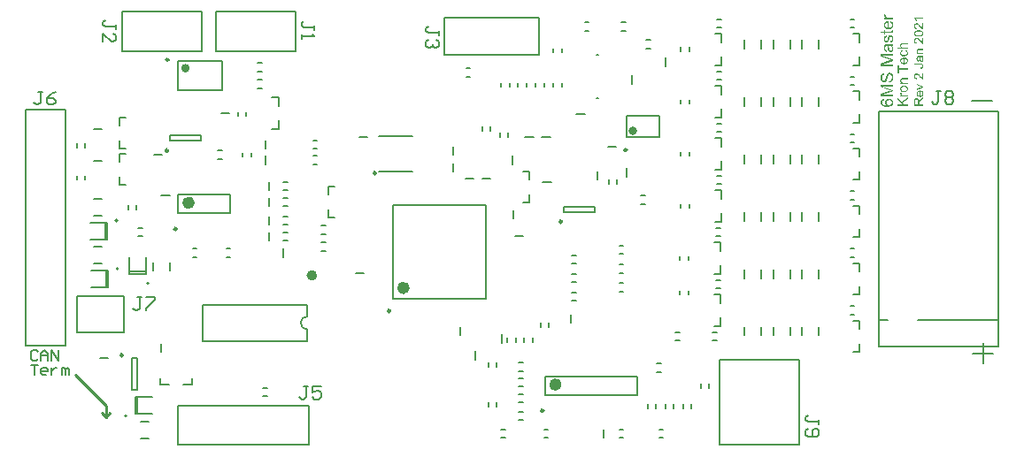
<source format=gto>
G04*
G04 #@! TF.GenerationSoftware,Altium Limited,Altium Designer,20.0.13 (296)*
G04*
G04 Layer_Color=65535*
%FSLAX43Y43*%
%MOMM*%
G71*
G01*
G75*
%ADD10C,0.250*%
%ADD11C,0.400*%
%ADD12C,0.200*%
%ADD13C,0.600*%
%ADD14C,0.500*%
%ADD15C,0.254*%
%ADD16C,0.150*%
%ADD17C,0.203*%
G36*
X154100Y138881D02*
X153660D01*
X153659D01*
X153656D01*
X153651D01*
X153645D01*
X153639Y138880D01*
X153630Y138878D01*
X153610Y138876D01*
X153590Y138871D01*
X153569Y138865D01*
X153549Y138855D01*
X153531Y138842D01*
X153530Y138841D01*
X153525Y138835D01*
X153519Y138826D01*
X153510Y138815D01*
X153503Y138799D01*
X153496Y138780D01*
X153491Y138759D01*
X153490Y138734D01*
Y138725D01*
X153491Y138715D01*
X153494Y138702D01*
X153496Y138687D01*
X153501Y138671D01*
X153509Y138654D01*
X153518Y138636D01*
X153519Y138634D01*
X153523Y138629D01*
X153529Y138620D01*
X153538Y138611D01*
X153548Y138600D01*
X153560Y138589D01*
X153575Y138579D01*
X153591Y138570D01*
X153594Y138569D01*
X153600Y138567D01*
X153610Y138564D01*
X153625Y138561D01*
X153643Y138557D01*
X153665Y138554D01*
X153691Y138552D01*
X153720Y138551D01*
X154100D01*
Y138434D01*
X153139D01*
Y138551D01*
X153485D01*
X153484Y138552D01*
X153481Y138555D01*
X153476Y138560D01*
X153470Y138566D01*
X153463Y138574D01*
X153455Y138584D01*
X153446Y138595D01*
X153436Y138607D01*
X153428Y138622D01*
X153419Y138637D01*
X153411Y138655D01*
X153404Y138672D01*
X153398Y138692D01*
X153393Y138714D01*
X153390Y138736D01*
X153389Y138759D01*
Y138771D01*
X153390Y138786D01*
X153393Y138804D01*
X153396Y138825D01*
X153403Y138846D01*
X153410Y138870D01*
X153420Y138891D01*
Y138892D01*
X153421Y138893D01*
X153425Y138901D01*
X153433Y138911D01*
X153441Y138923D01*
X153454Y138936D01*
X153468Y138950D01*
X153485Y138962D01*
X153504Y138973D01*
X153506Y138975D01*
X153514Y138977D01*
X153526Y138981D01*
X153544Y138986D01*
X153565Y138991D01*
X153593Y138995D01*
X153624Y138997D01*
X153660Y138998D01*
X154100D01*
Y138881D01*
D02*
G37*
G36*
X153866Y138331D02*
X153873Y138330D01*
X153881Y138329D01*
X153891Y138325D01*
X153903Y138322D01*
X153916Y138317D01*
X153930Y138312D01*
X153960Y138300D01*
X153991Y138282D01*
X154006Y138272D01*
X154021Y138261D01*
X154035Y138247D01*
X154049Y138234D01*
X154050Y138232D01*
X154051Y138230D01*
X154055Y138226D01*
X154059Y138220D01*
X154064Y138212D01*
X154070Y138204D01*
X154076Y138192D01*
X154081Y138181D01*
X154087Y138167D01*
X154094Y138152D01*
X154105Y138120D01*
X154113Y138084D01*
X154114Y138064D01*
X154115Y138042D01*
Y138036D01*
X154114Y138029D01*
Y138019D01*
X154113Y138006D01*
X154110Y137992D01*
X154107Y137977D01*
X154104Y137960D01*
X154099Y137942D01*
X154092Y137924D01*
X154085Y137905D01*
X154076Y137886D01*
X154065Y137867D01*
X154053Y137849D01*
X154039Y137830D01*
X154023Y137814D01*
X154021Y137813D01*
X154018Y137810D01*
X154013Y137806D01*
X154005Y137800D01*
X153995Y137794D01*
X153984Y137786D01*
X153970Y137779D01*
X153954Y137771D01*
X153936Y137763D01*
X153916Y137755D01*
X153894Y137748D01*
X153870Y137741D01*
X153844Y137735D01*
X153816Y137731D01*
X153786Y137729D01*
X153755Y137728D01*
X153754D01*
X153750D01*
X153744D01*
X153736D01*
X153726Y137729D01*
X153715Y137730D01*
X153703D01*
X153689Y137733D01*
X153658Y137736D01*
X153625Y137743D01*
X153591Y137751D01*
X153559Y137764D01*
X153558D01*
X153555Y137765D01*
X153550Y137768D01*
X153545Y137771D01*
X153530Y137780D01*
X153511Y137793D01*
X153490Y137808D01*
X153469Y137828D01*
X153449Y137851D01*
X153431Y137878D01*
Y137879D01*
X153430Y137881D01*
X153428Y137885D01*
X153425Y137891D01*
X153421Y137898D01*
X153418Y137906D01*
X153410Y137927D01*
X153403Y137951D01*
X153395Y137980D01*
X153390Y138011D01*
X153389Y138044D01*
Y138055D01*
X153390Y138062D01*
Y138072D01*
X153391Y138084D01*
X153394Y138095D01*
X153396Y138109D01*
X153403Y138137D01*
X153413Y138169D01*
X153428Y138199D01*
X153436Y138214D01*
X153446Y138227D01*
X153448Y138229D01*
X153449Y138231D01*
X153453Y138234D01*
X153456Y138239D01*
X153463Y138245D01*
X153470Y138251D01*
X153479Y138259D01*
X153488Y138266D01*
X153511Y138282D01*
X153539Y138297D01*
X153571Y138311D01*
X153609Y138321D01*
X153626Y138206D01*
X153625D01*
X153624Y138205D01*
X153620D01*
X153615Y138202D01*
X153603Y138199D01*
X153588Y138192D01*
X153571Y138184D01*
X153554Y138174D01*
X153538Y138162D01*
X153523Y138147D01*
X153521Y138146D01*
X153516Y138140D01*
X153511Y138131D01*
X153504Y138120D01*
X153498Y138105D01*
X153491Y138087D01*
X153488Y138069D01*
X153486Y138047D01*
Y138039D01*
X153488Y138032D01*
X153489Y138025D01*
X153490Y138016D01*
X153494Y137996D01*
X153501Y137974D01*
X153513Y137950D01*
X153520Y137937D01*
X153529Y137926D01*
X153539Y137915D01*
X153550Y137904D01*
X153551D01*
X153553Y137901D01*
X153556Y137899D01*
X153563Y137895D01*
X153569Y137891D01*
X153578Y137886D01*
X153588Y137881D01*
X153599Y137876D01*
X153613Y137871D01*
X153628Y137866D01*
X153644Y137861D01*
X153661Y137858D01*
X153681Y137854D01*
X153703Y137851D01*
X153726Y137850D01*
X153751Y137849D01*
X153753D01*
X153758D01*
X153765D01*
X153774Y137850D01*
X153786D01*
X153799Y137851D01*
X153814Y137854D01*
X153829Y137855D01*
X153863Y137861D01*
X153896Y137871D01*
X153928Y137884D01*
X153943Y137893D01*
X153955Y137901D01*
X153956Y137902D01*
X153958Y137904D01*
X153965Y137911D01*
X153975Y137922D01*
X153986Y137939D01*
X153998Y137959D01*
X154008Y137982D01*
X154015Y138010D01*
X154016Y138025D01*
X154018Y138041D01*
Y138047D01*
X154016Y138052D01*
X154015Y138065D01*
X154013Y138081D01*
X154008Y138100D01*
X154000Y138119D01*
X153990Y138137D01*
X153976Y138156D01*
X153974Y138159D01*
X153969Y138164D01*
X153958Y138172D01*
X153944Y138181D01*
X153925Y138191D01*
X153903Y138201D01*
X153876Y138210D01*
X153845Y138216D01*
X153861Y138332D01*
X153863D01*
X153866Y138331D01*
D02*
G37*
G36*
X153783Y137616D02*
Y137098D01*
X153784D01*
X153788D01*
X153794Y137099D01*
X153801Y137100D01*
X153811Y137101D01*
X153823Y137103D01*
X153848Y137108D01*
X153876Y137116D01*
X153905Y137128D01*
X153933Y137143D01*
X153945Y137151D01*
X153958Y137161D01*
X153959Y137163D01*
X153960Y137164D01*
X153963Y137168D01*
X153966Y137171D01*
X153976Y137185D01*
X153988Y137201D01*
X153999Y137223D01*
X154008Y137248D01*
X154015Y137276D01*
X154016Y137291D01*
X154018Y137308D01*
Y137319D01*
X154016Y137330D01*
X154014Y137346D01*
X154009Y137363D01*
X154004Y137381D01*
X153995Y137400D01*
X153984Y137418D01*
X153983Y137420D01*
X153978Y137425D01*
X153969Y137434D01*
X153958Y137444D01*
X153943Y137455D01*
X153923Y137468D01*
X153900Y137480D01*
X153874Y137490D01*
X153890Y137613D01*
X153891D01*
X153895Y137611D01*
X153900Y137610D01*
X153908Y137606D01*
X153916Y137604D01*
X153928Y137599D01*
X153951Y137589D01*
X153978Y137574D01*
X154005Y137555D01*
X154033Y137533D01*
X154056Y137506D01*
Y137505D01*
X154059Y137503D01*
X154061Y137499D01*
X154065Y137493D01*
X154070Y137485D01*
X154075Y137475D01*
X154080Y137465D01*
X154085Y137453D01*
X154091Y137439D01*
X154096Y137424D01*
X154101Y137408D01*
X154106Y137390D01*
X154113Y137351D01*
X154114Y137330D01*
X154115Y137308D01*
Y137301D01*
X154114Y137293D01*
Y137283D01*
X154113Y137270D01*
X154110Y137255D01*
X154107Y137238D01*
X154104Y137220D01*
X154099Y137201D01*
X154092Y137181D01*
X154085Y137161D01*
X154075Y137141D01*
X154065Y137121D01*
X154053Y137101D01*
X154038Y137083D01*
X154021Y137065D01*
X154020Y137064D01*
X154016Y137061D01*
X154011Y137056D01*
X154004Y137051D01*
X153994Y137045D01*
X153983Y137038D01*
X153969Y137029D01*
X153954Y137021D01*
X153935Y137013D01*
X153916Y137004D01*
X153894Y136996D01*
X153871Y136990D01*
X153845Y136985D01*
X153819Y136980D01*
X153790Y136978D01*
X153759Y136976D01*
X153756D01*
X153751D01*
X153741Y136978D01*
X153730D01*
X153715Y136979D01*
X153698Y136981D01*
X153679Y136984D01*
X153659Y136988D01*
X153638Y136993D01*
X153615Y136999D01*
X153593Y137005D01*
X153570Y137014D01*
X153548Y137025D01*
X153525Y137036D01*
X153505Y137050D01*
X153486Y137066D01*
X153485Y137068D01*
X153483Y137070D01*
X153478Y137075D01*
X153471Y137083D01*
X153464Y137091D01*
X153455Y137103D01*
X153446Y137115D01*
X153438Y137129D01*
X153429Y137145D01*
X153420Y137163D01*
X153411Y137183D01*
X153404Y137203D01*
X153398Y137225D01*
X153393Y137249D01*
X153390Y137274D01*
X153389Y137300D01*
Y137314D01*
X153390Y137324D01*
X153391Y137335D01*
X153394Y137349D01*
X153396Y137365D01*
X153400Y137381D01*
X153405Y137399D01*
X153413Y137418D01*
X153420Y137436D01*
X153429Y137455D01*
X153440Y137475D01*
X153453Y137494D01*
X153468Y137511D01*
X153484Y137529D01*
X153485Y137530D01*
X153489Y137533D01*
X153494Y137538D01*
X153501Y137543D01*
X153511Y137549D01*
X153523Y137556D01*
X153536Y137565D01*
X153553Y137574D01*
X153571Y137581D01*
X153591Y137590D01*
X153613Y137598D01*
X153636Y137604D01*
X153663Y137609D01*
X153690Y137614D01*
X153720Y137616D01*
X153751Y137618D01*
X153754D01*
X153759D01*
X153769D01*
X153783Y137616D01*
D02*
G37*
G36*
X153253Y136583D02*
X154100D01*
Y136455D01*
X153253D01*
Y136139D01*
X153139D01*
Y136899D01*
X153253D01*
Y136583D01*
D02*
G37*
G36*
X154100Y135526D02*
X153678D01*
X153676D01*
X153674D01*
X153671D01*
X153666D01*
X153653Y135524D01*
X153638D01*
X153620Y135522D01*
X153603Y135519D01*
X153586Y135516D01*
X153571Y135511D01*
X153570D01*
X153565Y135508D01*
X153559Y135504D01*
X153550Y135499D01*
X153541Y135493D01*
X153531Y135484D01*
X153523Y135474D01*
X153514Y135462D01*
X153513Y135461D01*
X153510Y135456D01*
X153506Y135448D01*
X153503Y135438D01*
X153499Y135427D01*
X153495Y135413D01*
X153493Y135397D01*
X153491Y135381D01*
Y135373D01*
X153493Y135368D01*
X153494Y135353D01*
X153498Y135336D01*
X153503Y135316D01*
X153511Y135293D01*
X153524Y135271D01*
X153540Y135249D01*
X153543Y135247D01*
X153545Y135244D01*
X153550Y135241D01*
X153555Y135237D01*
X153563Y135232D01*
X153570Y135228D01*
X153580Y135223D01*
X153593Y135218D01*
X153605Y135213D01*
X153620Y135208D01*
X153636Y135204D01*
X153655Y135201D01*
X153675Y135198D01*
X153698Y135197D01*
X153721Y135196D01*
X154100D01*
Y135078D01*
X153404D01*
Y135184D01*
X153504D01*
X153503Y135186D01*
X153499Y135188D01*
X153493Y135192D01*
X153486Y135198D01*
X153478Y135207D01*
X153468Y135216D01*
X153458Y135227D01*
X153446Y135241D01*
X153435Y135256D01*
X153425Y135272D01*
X153415Y135289D01*
X153406Y135309D01*
X153399Y135331D01*
X153394Y135353D01*
X153390Y135378D01*
X153389Y135404D01*
Y135416D01*
X153390Y135427D01*
X153391Y135443D01*
X153395Y135461D01*
X153399Y135481D01*
X153405Y135501D01*
X153413Y135521D01*
X153414Y135523D01*
X153416Y135529D01*
X153421Y135538D01*
X153429Y135551D01*
X153436Y135563D01*
X153446Y135576D01*
X153459Y135588D01*
X153471Y135599D01*
X153473Y135601D01*
X153478Y135603D01*
X153485Y135608D01*
X153496Y135614D01*
X153509Y135619D01*
X153524Y135626D01*
X153540Y135631D01*
X153559Y135636D01*
X153560D01*
X153565Y135637D01*
X153574Y135638D01*
X153585Y135639D01*
X153601Y135641D01*
X153620Y135642D01*
X153644Y135643D01*
X153673D01*
X154100D01*
Y135526D01*
D02*
G37*
G36*
X153776Y134938D02*
X153789Y134937D01*
X153804Y134936D01*
X153819Y134935D01*
X153853Y134930D01*
X153888Y134922D01*
X153923Y134912D01*
X153939Y134906D01*
X153954Y134898D01*
X153955D01*
X153958Y134897D01*
X153961Y134895D01*
X153966Y134891D01*
X153980Y134882D01*
X153998Y134868D01*
X154016Y134852D01*
X154036Y134832D01*
X154055Y134808D01*
X154073Y134781D01*
Y134780D01*
X154074Y134777D01*
X154076Y134773D01*
X154079Y134767D01*
X154083Y134761D01*
X154086Y134752D01*
X154094Y134731D01*
X154101Y134707D01*
X154109Y134678D01*
X154114Y134647D01*
X154115Y134613D01*
Y134607D01*
X154114Y134600D01*
Y134590D01*
X154113Y134577D01*
X154110Y134563D01*
X154107Y134547D01*
X154104Y134530D01*
X154099Y134511D01*
X154092Y134492D01*
X154085Y134473D01*
X154076Y134453D01*
X154065Y134433D01*
X154053Y134415D01*
X154039Y134396D01*
X154023Y134378D01*
X154021Y134377D01*
X154018Y134375D01*
X154013Y134370D01*
X154005Y134365D01*
X153995Y134357D01*
X153984Y134350D01*
X153970Y134342D01*
X153954Y134333D01*
X153935Y134325D01*
X153915Y134317D01*
X153894Y134310D01*
X153869Y134302D01*
X153843Y134297D01*
X153815Y134292D01*
X153785Y134290D01*
X153753Y134288D01*
X153750D01*
X153744D01*
X153734Y134290D01*
X153721D01*
X153705Y134292D01*
X153686Y134295D01*
X153666Y134297D01*
X153645Y134302D01*
X153621Y134307D01*
X153598Y134315D01*
X153574Y134323D01*
X153550Y134333D01*
X153528Y134346D01*
X153505Y134360D01*
X153485Y134376D01*
X153466Y134395D01*
X153465Y134396D01*
X153463Y134398D01*
X153459Y134403D01*
X153454Y134411D01*
X153449Y134420D01*
X153441Y134430D01*
X153435Y134442D01*
X153428Y134456D01*
X153420Y134471D01*
X153414Y134487D01*
X153406Y134506D01*
X153401Y134525D01*
X153396Y134546D01*
X153393Y134567D01*
X153390Y134590D01*
X153389Y134613D01*
Y134627D01*
X153390Y134637D01*
X153391Y134650D01*
X153394Y134663D01*
X153396Y134680D01*
X153400Y134697D01*
X153405Y134715D01*
X153413Y134733D01*
X153420Y134753D01*
X153429Y134773D01*
X153440Y134793D01*
X153453Y134812D01*
X153468Y134831D01*
X153484Y134848D01*
X153485Y134850D01*
X153488Y134852D01*
X153494Y134857D01*
X153501Y134862D01*
X153510Y134870D01*
X153523Y134877D01*
X153536Y134886D01*
X153551Y134895D01*
X153569Y134902D01*
X153588Y134911D01*
X153609Y134918D01*
X153633Y134926D01*
X153658Y134931D01*
X153684Y134936D01*
X153713Y134938D01*
X153743Y134939D01*
X153744D01*
X153749D01*
X153755D01*
X153765D01*
X153776Y134938D01*
D02*
G37*
G36*
X153536Y134221D02*
X153535Y134218D01*
X153533Y134213D01*
X153529Y134205D01*
X153524Y134193D01*
X153519Y134181D01*
X153515Y134166D01*
X153513Y134150D01*
X153511Y134133D01*
Y134127D01*
X153513Y134120D01*
X153514Y134110D01*
X153518Y134100D01*
X153521Y134087D01*
X153528Y134076D01*
X153535Y134063D01*
X153536Y134062D01*
X153539Y134058D01*
X153545Y134053D01*
X153553Y134047D01*
X153561Y134040D01*
X153573Y134032D01*
X153585Y134026D01*
X153600Y134020D01*
X153601D01*
X153603Y134018D01*
X153606D01*
X153611Y134017D01*
X153624Y134013D01*
X153640Y134011D01*
X153661Y134007D01*
X153684Y134003D01*
X153710Y134002D01*
X153738Y134001D01*
X154100D01*
Y133884D01*
X153404D01*
Y133990D01*
X153510D01*
X153508Y133991D01*
X153504Y133993D01*
X153499Y133996D01*
X153486Y134005D01*
X153471Y134013D01*
X153454Y134025D01*
X153438Y134037D01*
X153424Y134051D01*
X153413Y134063D01*
X153411Y134065D01*
X153409Y134070D01*
X153405Y134077D01*
X153400Y134086D01*
X153396Y134097D01*
X153393Y134111D01*
X153390Y134125D01*
X153389Y134140D01*
Y134150D01*
X153391Y134162D01*
X153394Y134177D01*
X153399Y134196D01*
X153405Y134217D01*
X153415Y134238D01*
X153428Y134262D01*
X153536Y134221D01*
D02*
G37*
G36*
X154100Y133626D02*
X153616Y133284D01*
X153768Y133127D01*
X154100D01*
Y133000D01*
X153139D01*
Y133127D01*
X153615D01*
X153139Y133605D01*
Y133777D01*
X153530Y133374D01*
X154100Y133795D01*
Y133626D01*
D02*
G37*
G36*
X155600Y141330D02*
X154899D01*
X154900Y141328D01*
X154905Y141323D01*
X154913Y141314D01*
X154923Y141302D01*
X154934Y141287D01*
X154947Y141268D01*
X154961Y141248D01*
X154975Y141225D01*
Y141224D01*
X154976Y141223D01*
X154979Y141219D01*
X154981Y141215D01*
X154988Y141202D01*
X154996Y141187D01*
X155005Y141169D01*
X155015Y141149D01*
X155024Y141130D01*
X155032Y141110D01*
X154925D01*
Y141111D01*
X154923Y141114D01*
X154920Y141119D01*
X154917Y141125D01*
X154913Y141133D01*
X154907Y141142D01*
X154896Y141165D01*
X154881Y141189D01*
X154862Y141217D01*
X154842Y141244D01*
X154820Y141271D01*
X154819Y141272D01*
X154818Y141274D01*
X154814Y141278D01*
X154810Y141282D01*
X154798Y141294D01*
X154782Y141309D01*
X154764Y141324D01*
X154743Y141341D01*
X154722Y141356D01*
X154700Y141369D01*
Y141440D01*
X155600D01*
Y141330D01*
D02*
G37*
G36*
Y140313D02*
X155598D01*
X155593D01*
X155586D01*
X155576Y140315D01*
X155564Y140316D01*
X155551Y140318D01*
X155538Y140322D01*
X155524Y140326D01*
X155523D01*
X155522Y140327D01*
X155518Y140329D01*
X155514Y140331D01*
X155502Y140336D01*
X155487Y140344D01*
X155468Y140354D01*
X155448Y140366D01*
X155427Y140381D01*
X155405Y140399D01*
X155404Y140400D01*
X155403Y140401D01*
X155399Y140404D01*
X155395Y140408D01*
X155382Y140420D01*
X155366Y140436D01*
X155346Y140456D01*
X155323Y140480D01*
X155297Y140509D01*
X155269Y140543D01*
X155268Y140544D01*
X155263Y140549D01*
X155257Y140557D01*
X155249Y140566D01*
X155239Y140578D01*
X155227Y140592D01*
X155214Y140607D01*
X155200Y140622D01*
X155170Y140655D01*
X155138Y140688D01*
X155122Y140703D01*
X155107Y140717D01*
X155093Y140730D01*
X155079Y140740D01*
X155078Y140741D01*
X155075Y140742D01*
X155072Y140745D01*
X155067Y140748D01*
X155060Y140752D01*
X155053Y140756D01*
X155036Y140767D01*
X155016Y140776D01*
X154994Y140784D01*
X154969Y140790D01*
X154958Y140793D01*
X154946D01*
X154945D01*
X154942D01*
X154940D01*
X154935Y140791D01*
X154923Y140790D01*
X154907Y140787D01*
X154890Y140781D01*
X154872Y140773D01*
X154854Y140761D01*
X154836Y140745D01*
X154834Y140742D01*
X154829Y140737D01*
X154822Y140726D01*
X154813Y140712D01*
X154805Y140695D01*
X154798Y140674D01*
X154793Y140649D01*
X154791Y140622D01*
Y140614D01*
X154792Y140610D01*
Y140603D01*
X154793Y140594D01*
X154797Y140577D01*
X154803Y140557D01*
X154811Y140535D01*
X154822Y140514D01*
X154839Y140495D01*
X154841Y140493D01*
X154847Y140488D01*
X154859Y140480D01*
X154872Y140472D01*
X154892Y140463D01*
X154914Y140455D01*
X154940Y140450D01*
X154970Y140448D01*
X154959Y140334D01*
X154958D01*
X154953Y140336D01*
X154947D01*
X154938Y140337D01*
X154927Y140339D01*
X154916Y140341D01*
X154902Y140345D01*
X154888Y140350D01*
X154856Y140360D01*
X154840Y140367D01*
X154825Y140375D01*
X154808Y140385D01*
X154793Y140395D01*
X154779Y140407D01*
X154766Y140421D01*
X154765Y140422D01*
X154764Y140424D01*
X154761Y140429D01*
X154756Y140435D01*
X154751Y140443D01*
X154745Y140452D01*
X154740Y140463D01*
X154733Y140475D01*
X154727Y140489D01*
X154721Y140505D01*
X154715Y140521D01*
X154710Y140540D01*
X154706Y140558D01*
X154702Y140579D01*
X154701Y140601D01*
X154700Y140625D01*
Y140638D01*
X154701Y140646D01*
X154702Y140657D01*
X154703Y140670D01*
X154706Y140684D01*
X154709Y140699D01*
X154717Y140732D01*
X154723Y140748D01*
X154730Y140766D01*
X154738Y140783D01*
X154749Y140800D01*
X154759Y140815D01*
X154772Y140830D01*
X154773Y140831D01*
X154776Y140833D01*
X154779Y140837D01*
X154785Y140842D01*
X154792Y140847D01*
X154800Y140854D01*
X154810Y140860D01*
X154821Y140868D01*
X154833Y140875D01*
X154847Y140881D01*
X154877Y140894D01*
X154893Y140899D01*
X154911Y140902D01*
X154930Y140905D01*
X154949Y140906D01*
X154952D01*
X154959D01*
X154969Y140905D01*
X154983Y140903D01*
X154998Y140900D01*
X155017Y140896D01*
X155036Y140891D01*
X155056Y140884D01*
X155058Y140882D01*
X155065Y140879D01*
X155075Y140874D01*
X155088Y140866D01*
X155105Y140856D01*
X155123Y140843D01*
X155144Y140828D01*
X155165Y140810D01*
X155166D01*
X155167Y140808D01*
X155171Y140804D01*
X155176Y140801D01*
X155181Y140795D01*
X155188Y140788D01*
X155197Y140780D01*
X155206Y140769D01*
X155216Y140759D01*
X155228Y140746D01*
X155242Y140732D01*
X155256Y140717D01*
X155271Y140699D01*
X155286Y140682D01*
X155304Y140661D01*
X155323Y140640D01*
X155324Y140639D01*
X155326Y140635D01*
X155331Y140631D01*
X155335Y140624D01*
X155342Y140617D01*
X155351Y140607D01*
X155368Y140587D01*
X155387Y140565D01*
X155405Y140544D01*
X155413Y140535D01*
X155422Y140527D01*
X155430Y140519D01*
X155436Y140513D01*
X155437Y140512D01*
X155440Y140508D01*
X155446Y140503D01*
X155454Y140496D01*
X155462Y140489D01*
X155473Y140481D01*
X155494Y140466D01*
Y140907D01*
X155600D01*
Y140313D01*
D02*
G37*
G36*
X155198Y140217D02*
X155213D01*
X155230Y140216D01*
X155249Y140214D01*
X155290Y140210D01*
X155333Y140204D01*
X155375Y140196D01*
X155395Y140191D01*
X155413Y140185D01*
X155415D01*
X155418Y140184D01*
X155423Y140182D01*
X155430Y140179D01*
X155438Y140176D01*
X155447Y140171D01*
X155468Y140161D01*
X155493Y140147D01*
X155517Y140130D01*
X155542Y140111D01*
X155563Y140087D01*
Y140086D01*
X155565Y140085D01*
X155567Y140080D01*
X155571Y140076D01*
X155574Y140070D01*
X155579Y140062D01*
X155584Y140053D01*
X155588Y140043D01*
X155599Y140020D01*
X155607Y139992D01*
X155613Y139960D01*
X155614Y139943D01*
X155615Y139925D01*
Y139919D01*
X155614Y139912D01*
Y139904D01*
X155613Y139893D01*
X155610Y139881D01*
X155607Y139867D01*
X155604Y139852D01*
X155599Y139835D01*
X155593Y139819D01*
X155585Y139802D01*
X155577Y139784D01*
X155566Y139768D01*
X155553Y139751D01*
X155539Y139736D01*
X155523Y139721D01*
X155522Y139720D01*
X155517Y139718D01*
X155511Y139713D01*
X155502Y139707D01*
X155489Y139701D01*
X155474Y139693D01*
X155457Y139686D01*
X155436Y139678D01*
X155411Y139670D01*
X155384Y139662D01*
X155355Y139654D01*
X155321Y139648D01*
X155285Y139642D01*
X155247Y139637D01*
X155204Y139635D01*
X155158Y139634D01*
X155156D01*
X155151D01*
X155143D01*
X155131D01*
X155118Y139635D01*
X155103Y139636D01*
X155086D01*
X155067Y139638D01*
X155026Y139642D01*
X154983Y139648D01*
X154941Y139656D01*
X154921Y139661D01*
X154903Y139666D01*
X154902D01*
X154898Y139668D01*
X154893Y139670D01*
X154886Y139672D01*
X154878Y139676D01*
X154869Y139680D01*
X154847Y139691D01*
X154824Y139705D01*
X154798Y139721D01*
X154773Y139741D01*
X154752Y139763D01*
X154751Y139764D01*
X154750Y139767D01*
X154748Y139770D01*
X154744Y139775D01*
X154741Y139781D01*
X154736Y139789D01*
X154731Y139797D01*
X154726Y139807D01*
X154716Y139831D01*
X154708Y139859D01*
X154702Y139890D01*
X154700Y139908D01*
Y139937D01*
X154701Y139944D01*
Y139951D01*
X154703Y139968D01*
X154707Y139988D01*
X154713Y140009D01*
X154720Y140031D01*
X154729Y140052D01*
Y140053D01*
X154730Y140055D01*
X154735Y140062D01*
X154741Y140071D01*
X154750Y140084D01*
X154763Y140098D01*
X154777Y140113D01*
X154793Y140128D01*
X154813Y140142D01*
X154814D01*
X154815Y140143D01*
X154819Y140146D01*
X154822Y140148D01*
X154834Y140154D01*
X154850Y140162D01*
X154870Y140171D01*
X154892Y140181D01*
X154919Y140189D01*
X154947Y140197D01*
X154948D01*
X154951Y140198D01*
X154955Y140199D01*
X154961Y140200D01*
X154969Y140202D01*
X154979Y140204D01*
X154990Y140205D01*
X155003Y140207D01*
X155017Y140210D01*
X155033Y140211D01*
X155050Y140213D01*
X155070Y140214D01*
X155089Y140216D01*
X155110Y140217D01*
X155134Y140218D01*
X155158D01*
X155160D01*
X155165D01*
X155173D01*
X155185D01*
X155198Y140217D01*
D02*
G37*
G36*
X155600Y138921D02*
X155598D01*
X155593D01*
X155586D01*
X155576Y138923D01*
X155564Y138924D01*
X155551Y138926D01*
X155538Y138930D01*
X155524Y138934D01*
X155523D01*
X155522Y138935D01*
X155518Y138937D01*
X155514Y138939D01*
X155502Y138944D01*
X155487Y138952D01*
X155468Y138962D01*
X155448Y138974D01*
X155427Y138989D01*
X155405Y139007D01*
X155404Y139008D01*
X155403Y139009D01*
X155399Y139012D01*
X155395Y139016D01*
X155382Y139027D01*
X155366Y139044D01*
X155346Y139064D01*
X155323Y139088D01*
X155297Y139117D01*
X155269Y139151D01*
X155268Y139152D01*
X155263Y139157D01*
X155257Y139165D01*
X155249Y139174D01*
X155239Y139186D01*
X155227Y139200D01*
X155214Y139215D01*
X155200Y139230D01*
X155170Y139263D01*
X155138Y139296D01*
X155122Y139311D01*
X155107Y139325D01*
X155093Y139338D01*
X155079Y139348D01*
X155078Y139349D01*
X155075Y139350D01*
X155072Y139353D01*
X155067Y139356D01*
X155060Y139360D01*
X155053Y139364D01*
X155036Y139375D01*
X155016Y139384D01*
X154994Y139392D01*
X154969Y139398D01*
X154958Y139401D01*
X154946D01*
X154945D01*
X154942D01*
X154940D01*
X154935Y139399D01*
X154923Y139398D01*
X154907Y139395D01*
X154890Y139389D01*
X154872Y139381D01*
X154854Y139369D01*
X154836Y139353D01*
X154834Y139350D01*
X154829Y139345D01*
X154822Y139334D01*
X154813Y139320D01*
X154805Y139303D01*
X154798Y139282D01*
X154793Y139257D01*
X154791Y139230D01*
Y139222D01*
X154792Y139218D01*
Y139211D01*
X154793Y139202D01*
X154797Y139185D01*
X154803Y139165D01*
X154811Y139143D01*
X154822Y139122D01*
X154839Y139103D01*
X154841Y139101D01*
X154847Y139096D01*
X154859Y139088D01*
X154872Y139080D01*
X154892Y139071D01*
X154914Y139062D01*
X154940Y139058D01*
X154970Y139055D01*
X154959Y138942D01*
X154958D01*
X154953Y138944D01*
X154947D01*
X154938Y138945D01*
X154927Y138947D01*
X154916Y138949D01*
X154902Y138953D01*
X154888Y138958D01*
X154856Y138968D01*
X154840Y138975D01*
X154825Y138983D01*
X154808Y138993D01*
X154793Y139003D01*
X154779Y139015D01*
X154766Y139029D01*
X154765Y139030D01*
X154764Y139032D01*
X154761Y139037D01*
X154756Y139043D01*
X154751Y139051D01*
X154745Y139060D01*
X154740Y139071D01*
X154733Y139083D01*
X154727Y139097D01*
X154721Y139113D01*
X154715Y139129D01*
X154710Y139148D01*
X154706Y139166D01*
X154702Y139187D01*
X154701Y139209D01*
X154700Y139233D01*
Y139246D01*
X154701Y139254D01*
X154702Y139265D01*
X154703Y139278D01*
X154706Y139292D01*
X154709Y139307D01*
X154717Y139340D01*
X154723Y139356D01*
X154730Y139374D01*
X154738Y139391D01*
X154749Y139408D01*
X154759Y139423D01*
X154772Y139438D01*
X154773Y139439D01*
X154776Y139441D01*
X154779Y139445D01*
X154785Y139450D01*
X154792Y139455D01*
X154800Y139462D01*
X154810Y139468D01*
X154821Y139476D01*
X154833Y139483D01*
X154847Y139489D01*
X154877Y139502D01*
X154893Y139507D01*
X154911Y139510D01*
X154930Y139512D01*
X154949Y139514D01*
X154952D01*
X154959D01*
X154969Y139512D01*
X154983Y139511D01*
X154998Y139508D01*
X155017Y139504D01*
X155036Y139499D01*
X155056Y139492D01*
X155058Y139490D01*
X155065Y139487D01*
X155075Y139482D01*
X155088Y139474D01*
X155105Y139464D01*
X155123Y139451D01*
X155144Y139436D01*
X155165Y139418D01*
X155166D01*
X155167Y139416D01*
X155171Y139412D01*
X155176Y139409D01*
X155181Y139403D01*
X155188Y139396D01*
X155197Y139388D01*
X155206Y139377D01*
X155216Y139367D01*
X155228Y139354D01*
X155242Y139340D01*
X155256Y139325D01*
X155271Y139307D01*
X155286Y139290D01*
X155304Y139269D01*
X155323Y139248D01*
X155324Y139247D01*
X155326Y139243D01*
X155331Y139239D01*
X155335Y139232D01*
X155342Y139225D01*
X155351Y139215D01*
X155368Y139195D01*
X155387Y139173D01*
X155405Y139152D01*
X155413Y139143D01*
X155422Y139135D01*
X155430Y139127D01*
X155436Y139121D01*
X155437Y139120D01*
X155440Y139116D01*
X155446Y139111D01*
X155454Y139104D01*
X155462Y139097D01*
X155473Y139089D01*
X155494Y139074D01*
Y139515D01*
X155600D01*
Y138921D01*
D02*
G37*
G36*
Y138342D02*
X155206D01*
X155205D01*
X155202D01*
X155200D01*
X155195D01*
X155183Y138341D01*
X155169D01*
X155152Y138338D01*
X155136Y138336D01*
X155121Y138333D01*
X155107Y138328D01*
X155106D01*
X155101Y138326D01*
X155095Y138322D01*
X155087Y138317D01*
X155079Y138312D01*
X155070Y138303D01*
X155061Y138294D01*
X155053Y138283D01*
X155052Y138281D01*
X155050Y138277D01*
X155046Y138270D01*
X155043Y138260D01*
X155039Y138250D01*
X155036Y138237D01*
X155033Y138222D01*
X155032Y138207D01*
Y138200D01*
X155033Y138195D01*
X155035Y138181D01*
X155038Y138165D01*
X155043Y138146D01*
X155051Y138125D01*
X155063Y138104D01*
X155078Y138084D01*
X155080Y138082D01*
X155082Y138080D01*
X155087Y138076D01*
X155092Y138073D01*
X155099Y138068D01*
X155106Y138064D01*
X155115Y138060D01*
X155127Y138055D01*
X155138Y138051D01*
X155152Y138046D01*
X155167Y138042D01*
X155185Y138039D01*
X155204Y138037D01*
X155225Y138035D01*
X155247Y138034D01*
X155600D01*
Y137925D01*
X154951D01*
Y138024D01*
X155044D01*
X155043Y138025D01*
X155039Y138027D01*
X155033Y138031D01*
X155028Y138037D01*
X155019Y138045D01*
X155010Y138053D01*
X155001Y138063D01*
X154990Y138076D01*
X154980Y138090D01*
X154970Y138105D01*
X154961Y138122D01*
X154953Y138140D01*
X154946Y138160D01*
X154941Y138181D01*
X154938Y138204D01*
X154937Y138229D01*
Y138239D01*
X154938Y138250D01*
X154939Y138265D01*
X154942Y138281D01*
X154946Y138300D01*
X154952Y138319D01*
X154959Y138337D01*
X154960Y138340D01*
X154962Y138345D01*
X154967Y138354D01*
X154974Y138365D01*
X154981Y138377D01*
X154990Y138389D01*
X155002Y138400D01*
X155014Y138411D01*
X155015Y138412D01*
X155019Y138414D01*
X155026Y138419D01*
X155037Y138425D01*
X155049Y138429D01*
X155063Y138435D01*
X155078Y138440D01*
X155095Y138445D01*
X155096D01*
X155101Y138446D01*
X155109Y138447D01*
X155120Y138448D01*
X155135Y138449D01*
X155152Y138450D01*
X155174Y138452D01*
X155201D01*
X155600D01*
Y138342D01*
D02*
G37*
G36*
Y137673D02*
X155599Y137672D01*
X155594Y137670D01*
X155587Y137667D01*
X155577Y137665D01*
X155565Y137660D01*
X155551Y137658D01*
X155536Y137654D01*
X155518Y137652D01*
Y137651D01*
X155521Y137649D01*
X155523Y137646D01*
X155527Y137641D01*
X155536Y137630D01*
X155548Y137613D01*
X155559Y137596D01*
X155572Y137576D01*
X155584Y137554D01*
X155593Y137533D01*
Y137532D01*
X155594Y137531D01*
X155595Y137527D01*
X155596Y137524D01*
X155600Y137512D01*
X155604Y137497D01*
X155607Y137479D01*
X155610Y137458D01*
X155613Y137436D01*
X155614Y137413D01*
Y137402D01*
X155613Y137395D01*
Y137386D01*
X155612Y137375D01*
X155607Y137352D01*
X155601Y137325D01*
X155592Y137299D01*
X155579Y137272D01*
X155572Y137260D01*
X155563Y137248D01*
X155562Y137247D01*
X155560Y137246D01*
X155553Y137239D01*
X155542Y137231D01*
X155527Y137220D01*
X155507Y137210D01*
X155485Y137201D01*
X155459Y137194D01*
X155445Y137192D01*
X155430Y137191D01*
X155427D01*
X155422D01*
X155412Y137192D01*
X155401Y137194D01*
X155388Y137196D01*
X155373Y137201D01*
X155357Y137205D01*
X155342Y137212D01*
X155340Y137213D01*
X155335Y137216D01*
X155328Y137222D01*
X155319Y137227D01*
X155310Y137236D01*
X155299Y137246D01*
X155289Y137257D01*
X155279Y137269D01*
X155278Y137271D01*
X155276Y137275D01*
X155271Y137283D01*
X155265Y137293D01*
X155260Y137304D01*
X155254Y137317D01*
X155248Y137332D01*
X155243Y137349D01*
Y137350D01*
X155242Y137354D01*
X155240Y137363D01*
X155239Y137373D01*
X155235Y137387D01*
X155233Y137403D01*
X155230Y137423D01*
X155227Y137447D01*
Y137448D01*
X155226Y137452D01*
Y137459D01*
X155223Y137469D01*
X155222Y137479D01*
X155221Y137492D01*
X155219Y137506D01*
X155216Y137521D01*
X155211Y137553D01*
X155204Y137585D01*
X155197Y137616D01*
X155192Y137630D01*
X155188Y137642D01*
X155187D01*
X155185D01*
X155181D01*
X155177Y137644D01*
X155167D01*
X155163D01*
X155160D01*
X155159D01*
X155157D01*
X155153D01*
X155150D01*
X155137Y137642D01*
X155123Y137640D01*
X155107Y137635D01*
X155092Y137631D01*
X155077Y137623D01*
X155065Y137612D01*
X155064Y137610D01*
X155059Y137604D01*
X155053Y137595D01*
X155046Y137581D01*
X155039Y137562D01*
X155033Y137541D01*
X155029Y137515D01*
X155028Y137486D01*
Y137473D01*
X155029Y137459D01*
X155031Y137443D01*
X155035Y137423D01*
X155039Y137405D01*
X155046Y137386D01*
X155056Y137371D01*
X155057Y137370D01*
X155060Y137365D01*
X155067Y137358D01*
X155078Y137351D01*
X155091Y137342D01*
X155107Y137333D01*
X155128Y137324D01*
X155151Y137317D01*
X155136Y137210D01*
X155135D01*
X155132Y137211D01*
X155129D01*
X155124Y137212D01*
X155112Y137216D01*
X155096Y137222D01*
X155079Y137227D01*
X155060Y137236D01*
X155042Y137246D01*
X155025Y137258D01*
X155023Y137259D01*
X155018Y137264D01*
X155011Y137272D01*
X155001Y137282D01*
X154990Y137296D01*
X154980Y137313D01*
X154969Y137332D01*
X154960Y137354D01*
Y137356D01*
X154959Y137358D01*
X154958Y137361D01*
X154956Y137366D01*
X154954Y137372D01*
X154953Y137379D01*
X154948Y137398D01*
X154944Y137419D01*
X154940Y137444D01*
X154938Y137472D01*
X154937Y137503D01*
Y137524D01*
X154938Y137532D01*
X154939Y137550D01*
X154941Y137571D01*
X154945Y137595D01*
X154949Y137616D01*
X154956Y137637D01*
Y137638D01*
X154958Y137639D01*
X154960Y137645D01*
X154965Y137654D01*
X154970Y137666D01*
X154977Y137679D01*
X154986Y137691D01*
X154996Y137703D01*
X155007Y137714D01*
X155008Y137715D01*
X155011Y137717D01*
X155018Y137722D01*
X155026Y137728D01*
X155037Y137733D01*
X155050Y137739D01*
X155064Y137744D01*
X155080Y137749D01*
X155081D01*
X155086Y137750D01*
X155093Y137751D01*
X155103Y137752D01*
X155117D01*
X155135Y137753D01*
X155156Y137754D01*
X155181D01*
X155328D01*
X155330D01*
X155335D01*
X155342D01*
X155353D01*
X155365D01*
X155378D01*
X155394D01*
X155410Y137756D01*
X155443D01*
X155474Y137757D01*
X155489Y137758D01*
X155502D01*
X155513Y137759D01*
X155522Y137760D01*
X155524D01*
X155529Y137761D01*
X155537Y137764D01*
X155546Y137766D01*
X155559Y137771D01*
X155572Y137775D01*
X155586Y137781D01*
X155600Y137788D01*
Y137673D01*
D02*
G37*
G36*
X155342Y137048D02*
X155353D01*
X155366Y137047D01*
X155378Y137046D01*
X155406Y137042D01*
X155436Y137037D01*
X155464Y137030D01*
X155478Y137026D01*
X155489Y137021D01*
X155490D01*
X155492Y137020D01*
X155495Y137019D01*
X155500Y137016D01*
X155510Y137009D01*
X155524Y137000D01*
X155539Y136988D01*
X155555Y136973D01*
X155570Y136956D01*
X155584Y136935D01*
Y136934D01*
X155585Y136932D01*
X155586Y136929D01*
X155588Y136924D01*
X155594Y136913D01*
X155599Y136895D01*
X155605Y136875D01*
X155610Y136852D01*
X155614Y136825D01*
X155615Y136796D01*
Y136784D01*
X155614Y136776D01*
X155613Y136767D01*
X155612Y136755D01*
X155609Y136742D01*
X155607Y136730D01*
X155599Y136700D01*
X155593Y136685D01*
X155586Y136670D01*
X155579Y136655D01*
X155570Y136641D01*
X155559Y136628D01*
X155548Y136615D01*
X155546Y136614D01*
X155544Y136613D01*
X155541Y136609D01*
X155535Y136606D01*
X155528Y136601D01*
X155520Y136596D01*
X155509Y136590D01*
X155497Y136584D01*
X155483Y136579D01*
X155468Y136573D01*
X155452Y136569D01*
X155434Y136564D01*
X155415Y136561D01*
X155394Y136557D01*
X155371Y136556D01*
X155347D01*
X155332Y136663D01*
X155333D01*
X155337D01*
X155341D01*
X155348Y136664D01*
X155356Y136665D01*
X155366Y136667D01*
X155388Y136669D01*
X155411Y136674D01*
X155434Y136681D01*
X155455Y136689D01*
X155464Y136695D01*
X155472Y136700D01*
X155473Y136702D01*
X155478Y136707D01*
X155483Y136714D01*
X155490Y136726D01*
X155497Y136739D01*
X155503Y136755D01*
X155508Y136775D01*
X155509Y136796D01*
Y136803D01*
X155508Y136812D01*
X155507Y136823D01*
X155504Y136835D01*
X155501Y136847D01*
X155496Y136860D01*
X155489Y136873D01*
X155488Y136874D01*
X155486Y136879D01*
X155481Y136883D01*
X155474Y136890D01*
X155466Y136899D01*
X155457Y136906D01*
X155446Y136913D01*
X155433Y136917D01*
X155432Y136918D01*
X155426Y136920D01*
X155418Y136922D01*
X155406Y136924D01*
X155390Y136927D01*
X155371Y136928D01*
X155348Y136930D01*
X155321D01*
X154703D01*
Y137049D01*
X155314D01*
X155316D01*
X155319D01*
X155325D01*
X155333D01*
X155342Y137048D01*
D02*
G37*
G36*
X155600Y135512D02*
X155598D01*
X155593D01*
X155586D01*
X155576Y135514D01*
X155564Y135515D01*
X155551Y135517D01*
X155538Y135521D01*
X155524Y135525D01*
X155523D01*
X155522Y135526D01*
X155518Y135528D01*
X155514Y135530D01*
X155502Y135535D01*
X155487Y135543D01*
X155468Y135553D01*
X155448Y135565D01*
X155427Y135580D01*
X155405Y135598D01*
X155404Y135599D01*
X155403Y135600D01*
X155399Y135603D01*
X155395Y135607D01*
X155382Y135619D01*
X155366Y135635D01*
X155346Y135655D01*
X155323Y135679D01*
X155297Y135708D01*
X155269Y135742D01*
X155268Y135743D01*
X155263Y135748D01*
X155257Y135756D01*
X155249Y135765D01*
X155239Y135777D01*
X155227Y135791D01*
X155214Y135806D01*
X155200Y135821D01*
X155170Y135854D01*
X155138Y135887D01*
X155122Y135902D01*
X155107Y135916D01*
X155093Y135929D01*
X155079Y135939D01*
X155078Y135940D01*
X155075Y135941D01*
X155072Y135944D01*
X155067Y135947D01*
X155060Y135951D01*
X155053Y135955D01*
X155036Y135966D01*
X155016Y135975D01*
X154994Y135983D01*
X154969Y135989D01*
X154958Y135992D01*
X154946D01*
X154945D01*
X154942D01*
X154940D01*
X154935Y135990D01*
X154923Y135989D01*
X154907Y135986D01*
X154890Y135980D01*
X154872Y135972D01*
X154854Y135960D01*
X154836Y135944D01*
X154834Y135941D01*
X154829Y135936D01*
X154822Y135925D01*
X154813Y135911D01*
X154805Y135894D01*
X154798Y135873D01*
X154793Y135848D01*
X154791Y135821D01*
Y135813D01*
X154792Y135809D01*
Y135802D01*
X154793Y135793D01*
X154797Y135776D01*
X154803Y135756D01*
X154811Y135734D01*
X154822Y135713D01*
X154839Y135694D01*
X154841Y135692D01*
X154847Y135687D01*
X154859Y135679D01*
X154872Y135671D01*
X154892Y135662D01*
X154914Y135654D01*
X154940Y135649D01*
X154970Y135646D01*
X154959Y135533D01*
X154958D01*
X154953Y135535D01*
X154947D01*
X154938Y135536D01*
X154927Y135538D01*
X154916Y135540D01*
X154902Y135544D01*
X154888Y135549D01*
X154856Y135559D01*
X154840Y135566D01*
X154825Y135574D01*
X154808Y135584D01*
X154793Y135594D01*
X154779Y135606D01*
X154766Y135620D01*
X154765Y135621D01*
X154764Y135623D01*
X154761Y135628D01*
X154756Y135634D01*
X154751Y135642D01*
X154745Y135651D01*
X154740Y135662D01*
X154733Y135674D01*
X154727Y135688D01*
X154721Y135704D01*
X154715Y135720D01*
X154710Y135739D01*
X154706Y135757D01*
X154702Y135778D01*
X154701Y135800D01*
X154700Y135824D01*
Y135837D01*
X154701Y135845D01*
X154702Y135856D01*
X154703Y135869D01*
X154706Y135883D01*
X154709Y135898D01*
X154717Y135931D01*
X154723Y135947D01*
X154730Y135965D01*
X154738Y135982D01*
X154749Y135999D01*
X154759Y136014D01*
X154772Y136029D01*
X154773Y136030D01*
X154776Y136032D01*
X154779Y136036D01*
X154785Y136041D01*
X154792Y136046D01*
X154800Y136053D01*
X154810Y136059D01*
X154821Y136067D01*
X154833Y136074D01*
X154847Y136080D01*
X154877Y136093D01*
X154893Y136098D01*
X154911Y136101D01*
X154930Y136104D01*
X154949Y136105D01*
X154952D01*
X154959D01*
X154969Y136104D01*
X154983Y136102D01*
X154998Y136099D01*
X155017Y136095D01*
X155036Y136090D01*
X155056Y136083D01*
X155058Y136081D01*
X155065Y136078D01*
X155075Y136073D01*
X155088Y136065D01*
X155105Y136055D01*
X155123Y136042D01*
X155144Y136027D01*
X155165Y136009D01*
X155166D01*
X155167Y136007D01*
X155171Y136003D01*
X155176Y136000D01*
X155181Y135994D01*
X155188Y135987D01*
X155197Y135979D01*
X155206Y135968D01*
X155216Y135958D01*
X155228Y135945D01*
X155242Y135931D01*
X155256Y135916D01*
X155271Y135898D01*
X155286Y135881D01*
X155304Y135860D01*
X155323Y135839D01*
X155324Y135838D01*
X155326Y135834D01*
X155331Y135830D01*
X155335Y135823D01*
X155342Y135816D01*
X155351Y135806D01*
X155368Y135786D01*
X155387Y135764D01*
X155405Y135743D01*
X155413Y135734D01*
X155422Y135726D01*
X155430Y135718D01*
X155436Y135712D01*
X155437Y135711D01*
X155440Y135707D01*
X155446Y135702D01*
X155454Y135695D01*
X155462Y135688D01*
X155473Y135680D01*
X155494Y135665D01*
Y136106D01*
X155600D01*
Y135512D01*
D02*
G37*
G36*
Y134869D02*
Y134763D01*
X154951Y134518D01*
Y134635D01*
X155340Y134773D01*
X155341D01*
X155342Y134774D01*
X155346Y134776D01*
X155351Y134777D01*
X155363Y134781D01*
X155380Y134787D01*
X155399Y134794D01*
X155422Y134801D01*
X155446Y134808D01*
X155471Y134815D01*
X155469D01*
X155468Y134816D01*
X155461Y134818D01*
X155451Y134821D01*
X155436Y134826D01*
X155418Y134832D01*
X155397Y134839D01*
X155373Y134847D01*
X155347Y134856D01*
X154951Y134999D01*
Y135114D01*
X155600Y134869D01*
D02*
G37*
G36*
X155304Y134449D02*
Y133965D01*
X155305D01*
X155309D01*
X155314Y133967D01*
X155321Y133968D01*
X155331Y133969D01*
X155341Y133970D01*
X155365Y133975D01*
X155391Y133983D01*
X155418Y133993D01*
X155444Y134007D01*
X155455Y134015D01*
X155467Y134025D01*
X155468Y134026D01*
X155469Y134027D01*
X155472Y134031D01*
X155475Y134034D01*
X155485Y134047D01*
X155495Y134062D01*
X155506Y134082D01*
X155514Y134105D01*
X155521Y134132D01*
X155522Y134146D01*
X155523Y134161D01*
Y134172D01*
X155522Y134182D01*
X155520Y134197D01*
X155515Y134212D01*
X155510Y134230D01*
X155502Y134247D01*
X155492Y134264D01*
X155490Y134266D01*
X155486Y134271D01*
X155478Y134279D01*
X155467Y134288D01*
X155453Y134299D01*
X155434Y134310D01*
X155413Y134322D01*
X155389Y134331D01*
X155404Y134446D01*
X155405D01*
X155409Y134445D01*
X155413Y134443D01*
X155420Y134440D01*
X155429Y134438D01*
X155439Y134433D01*
X155461Y134424D01*
X155486Y134410D01*
X155511Y134392D01*
X155537Y134371D01*
X155559Y134347D01*
Y134345D01*
X155562Y134343D01*
X155564Y134340D01*
X155567Y134334D01*
X155572Y134327D01*
X155577Y134317D01*
X155581Y134308D01*
X155586Y134296D01*
X155592Y134284D01*
X155596Y134270D01*
X155601Y134254D01*
X155606Y134238D01*
X155612Y134202D01*
X155613Y134182D01*
X155614Y134161D01*
Y134155D01*
X155613Y134147D01*
Y134138D01*
X155612Y134126D01*
X155609Y134112D01*
X155607Y134096D01*
X155604Y134080D01*
X155599Y134062D01*
X155593Y134043D01*
X155586Y134025D01*
X155577Y134006D01*
X155567Y133987D01*
X155556Y133969D01*
X155542Y133951D01*
X155527Y133935D01*
X155525Y133934D01*
X155522Y133932D01*
X155517Y133927D01*
X155510Y133922D01*
X155501Y133916D01*
X155490Y133909D01*
X155478Y133901D01*
X155464Y133894D01*
X155446Y133886D01*
X155429Y133878D01*
X155408Y133871D01*
X155387Y133865D01*
X155362Y133860D01*
X155338Y133856D01*
X155311Y133853D01*
X155282Y133852D01*
X155279D01*
X155275D01*
X155265Y133853D01*
X155255D01*
X155241Y133855D01*
X155225Y133857D01*
X155207Y133859D01*
X155188Y133863D01*
X155169Y133867D01*
X155148Y133873D01*
X155127Y133879D01*
X155106Y133887D01*
X155085Y133898D01*
X155064Y133908D01*
X155045Y133921D01*
X155028Y133936D01*
X155026Y133937D01*
X155024Y133940D01*
X155019Y133944D01*
X155014Y133951D01*
X155007Y133960D01*
X154998Y133970D01*
X154990Y133982D01*
X154982Y133994D01*
X154974Y134010D01*
X154966Y134026D01*
X154958Y134045D01*
X154951Y134063D01*
X154945Y134084D01*
X154940Y134106D01*
X154938Y134130D01*
X154937Y134154D01*
Y134167D01*
X154938Y134176D01*
X154939Y134187D01*
X154941Y134200D01*
X154944Y134215D01*
X154947Y134230D01*
X154952Y134246D01*
X154959Y134264D01*
X154966Y134281D01*
X154974Y134299D01*
X154984Y134317D01*
X154996Y134335D01*
X155010Y134351D01*
X155025Y134368D01*
X155026Y134369D01*
X155030Y134371D01*
X155035Y134376D01*
X155042Y134380D01*
X155051Y134386D01*
X155061Y134393D01*
X155074Y134401D01*
X155089Y134410D01*
X155107Y134417D01*
X155126Y134425D01*
X155145Y134432D01*
X155167Y134438D01*
X155192Y134442D01*
X155218Y134447D01*
X155246Y134449D01*
X155275Y134450D01*
X155277D01*
X155282D01*
X155291D01*
X155304Y134449D01*
D02*
G37*
G36*
X155600Y133640D02*
X155415Y133522D01*
X155413D01*
X155411Y133520D01*
X155406Y133518D01*
X155402Y133514D01*
X155395Y133509D01*
X155387Y133504D01*
X155369Y133492D01*
X155349Y133478D01*
X155330Y133464D01*
X155310Y133450D01*
X155292Y133436D01*
X155290Y133435D01*
X155285Y133430D01*
X155277Y133424D01*
X155269Y133416D01*
X155258Y133407D01*
X155248Y133396D01*
X155240Y133386D01*
X155232Y133375D01*
X155230Y133374D01*
X155229Y133371D01*
X155226Y133366D01*
X155222Y133359D01*
X155218Y133351D01*
X155214Y133342D01*
X155207Y133322D01*
Y133321D01*
X155206Y133318D01*
Y133314D01*
X155205Y133307D01*
X155204Y133297D01*
Y133286D01*
X155202Y133273D01*
Y133119D01*
X155600D01*
Y133000D01*
X154703D01*
Y133417D01*
X154705Y133428D01*
Y133438D01*
X154706Y133451D01*
X154707Y133465D01*
X154709Y133494D01*
X154714Y133525D01*
X154720Y133554D01*
X154723Y133568D01*
X154728Y133579D01*
Y133581D01*
X154729Y133582D01*
X154730Y133585D01*
X154733Y133590D01*
X154738Y133602D01*
X154748Y133616D01*
X154759Y133632D01*
X154775Y133648D01*
X154793Y133665D01*
X154814Y133680D01*
X154815D01*
X154817Y133681D01*
X154820Y133683D01*
X154825Y133686D01*
X154838Y133691D01*
X154854Y133698D01*
X154874Y133705D01*
X154897Y133711D01*
X154923Y133716D01*
X154949Y133717D01*
X154951D01*
X154954D01*
X154959D01*
X154966Y133716D01*
X154974Y133715D01*
X154983Y133714D01*
X155005Y133709D01*
X155031Y133702D01*
X155058Y133691D01*
X155071Y133684D01*
X155085Y133676D01*
X155098Y133666D01*
X155110Y133655D01*
X155112Y133654D01*
X155113Y133653D01*
X155116Y133648D01*
X155121Y133644D01*
X155126Y133637D01*
X155131Y133628D01*
X155138Y133619D01*
X155145Y133609D01*
X155152Y133596D01*
X155159Y133582D01*
X155166Y133565D01*
X155173Y133548D01*
X155179Y133529D01*
X155185Y133509D01*
X155190Y133487D01*
X155193Y133464D01*
X155194Y133466D01*
X155197Y133472D01*
X155201Y133480D01*
X155207Y133491D01*
X155222Y133514D01*
X155230Y133525D01*
X155239Y133535D01*
Y133536D01*
X155241Y133537D01*
X155247Y133544D01*
X155257Y133554D01*
X155271Y133568D01*
X155288Y133583D01*
X155309Y133599D01*
X155332Y133617D01*
X155357Y133634D01*
X155600Y133789D01*
Y133640D01*
D02*
G37*
G36*
X152006Y141720D02*
X152004Y141717D01*
X152001Y141711D01*
X151997Y141700D01*
X151990Y141686D01*
X151984Y141671D01*
X151980Y141652D01*
X151977Y141632D01*
X151975Y141612D01*
Y141604D01*
X151977Y141595D01*
X151978Y141583D01*
X151983Y141571D01*
X151987Y141555D01*
X151995Y141541D01*
X152004Y141526D01*
X152006Y141524D01*
X152009Y141520D01*
X152017Y141514D01*
X152026Y141506D01*
X152037Y141497D01*
X152050Y141487D01*
X152066Y141480D01*
X152084Y141472D01*
X152086D01*
X152087Y141470D01*
X152092D01*
X152098Y141469D01*
X152114Y141464D01*
X152134Y141461D01*
X152160Y141457D01*
X152187Y141452D01*
X152220Y141450D01*
X152254Y141449D01*
X152700D01*
Y141304D01*
X151843D01*
Y141435D01*
X151973D01*
X151970Y141437D01*
X151966Y141440D01*
X151960Y141443D01*
X151944Y141454D01*
X151926Y141464D01*
X151904Y141478D01*
X151884Y141494D01*
X151867Y141511D01*
X151853Y141526D01*
X151852Y141527D01*
X151849Y141534D01*
X151844Y141543D01*
X151838Y141554D01*
X151833Y141567D01*
X151829Y141584D01*
X151826Y141601D01*
X151824Y141620D01*
Y141632D01*
X151827Y141648D01*
X151830Y141666D01*
X151836Y141689D01*
X151844Y141715D01*
X151857Y141741D01*
X151872Y141771D01*
X152006Y141720D01*
D02*
G37*
G36*
X152309Y141126D02*
Y140487D01*
X152311D01*
X152315D01*
X152323Y140488D01*
X152332Y140490D01*
X152344Y140492D01*
X152358Y140493D01*
X152389Y140499D01*
X152424Y140510D01*
X152460Y140524D01*
X152494Y140542D01*
X152509Y140553D01*
X152525Y140565D01*
X152526Y140567D01*
X152528Y140568D01*
X152531Y140573D01*
X152535Y140578D01*
X152548Y140595D01*
X152561Y140615D01*
X152575Y140641D01*
X152586Y140672D01*
X152595Y140707D01*
X152597Y140725D01*
X152598Y140746D01*
Y140759D01*
X152597Y140773D01*
X152594Y140793D01*
X152588Y140813D01*
X152581Y140836D01*
X152571Y140859D01*
X152557Y140881D01*
X152555Y140884D01*
X152549Y140890D01*
X152538Y140901D01*
X152525Y140913D01*
X152506Y140927D01*
X152481Y140943D01*
X152454Y140958D01*
X152421Y140970D01*
X152441Y141121D01*
X152443D01*
X152448Y141120D01*
X152454Y141118D01*
X152463Y141113D01*
X152474Y141110D01*
X152488Y141104D01*
X152517Y141092D01*
X152549Y141073D01*
X152583Y141050D01*
X152617Y141023D01*
X152646Y140990D01*
Y140989D01*
X152649Y140986D01*
X152652Y140981D01*
X152657Y140973D01*
X152663Y140964D01*
X152669Y140952D01*
X152675Y140939D01*
X152682Y140924D01*
X152689Y140907D01*
X152695Y140889D01*
X152702Y140869D01*
X152708Y140847D01*
X152715Y140799D01*
X152717Y140773D01*
X152718Y140746D01*
Y140738D01*
X152717Y140727D01*
Y140715D01*
X152715Y140699D01*
X152712Y140681D01*
X152709Y140659D01*
X152705Y140638D01*
X152698Y140615D01*
X152691Y140590D01*
X152682Y140565D01*
X152669Y140541D01*
X152657Y140516D01*
X152642Y140492D01*
X152623Y140468D01*
X152603Y140447D01*
X152601Y140445D01*
X152597Y140442D01*
X152591Y140436D01*
X152581Y140430D01*
X152569Y140422D01*
X152555Y140413D01*
X152538Y140402D01*
X152520Y140393D01*
X152497Y140382D01*
X152474Y140371D01*
X152446Y140362D01*
X152418Y140355D01*
X152386Y140348D01*
X152354Y140342D01*
X152318Y140339D01*
X152280Y140338D01*
X152277D01*
X152271D01*
X152258Y140339D01*
X152244D01*
X152226Y140341D01*
X152204Y140344D01*
X152181Y140347D01*
X152157Y140351D01*
X152130Y140358D01*
X152103Y140365D01*
X152075Y140373D01*
X152047Y140384D01*
X152020Y140398D01*
X151992Y140411D01*
X151967Y140428D01*
X151944Y140448D01*
X151943Y140450D01*
X151940Y140453D01*
X151933Y140459D01*
X151926Y140468D01*
X151917Y140479D01*
X151906Y140493D01*
X151895Y140508D01*
X151884Y140525D01*
X151873Y140545D01*
X151863Y140567D01*
X151852Y140592D01*
X151843Y140616D01*
X151835Y140644D01*
X151829Y140673D01*
X151826Y140704D01*
X151824Y140736D01*
Y140753D01*
X151826Y140766D01*
X151827Y140779D01*
X151830Y140796D01*
X151833Y140816D01*
X151838Y140836D01*
X151844Y140858D01*
X151853Y140881D01*
X151863Y140904D01*
X151873Y140927D01*
X151887Y140952D01*
X151903Y140975D01*
X151921Y140996D01*
X151941Y141018D01*
X151943Y141019D01*
X151947Y141023D01*
X151953Y141029D01*
X151963Y141035D01*
X151975Y141043D01*
X151989Y141052D01*
X152006Y141063D01*
X152026Y141073D01*
X152049Y141083D01*
X152074Y141093D01*
X152100Y141103D01*
X152129Y141110D01*
X152161Y141116D01*
X152195Y141123D01*
X152232Y141126D01*
X152271Y141127D01*
X152274D01*
X152280D01*
X152292D01*
X152309Y141126D01*
D02*
G37*
G36*
X152698Y140261D02*
X152700Y140253D01*
X152702Y140242D01*
X152705Y140227D01*
X152706Y140210D01*
X152709Y140191D01*
X152711Y140153D01*
Y140141D01*
X152709Y140125D01*
X152708Y140108D01*
X152705Y140088D01*
X152700Y140068D01*
X152694Y140048D01*
X152686Y140031D01*
X152685Y140030D01*
X152682Y140024D01*
X152677Y140017D01*
X152669Y140008D01*
X152660Y139997D01*
X152648Y139987D01*
X152635Y139977D01*
X152622Y139970D01*
X152620D01*
X152612Y139967D01*
X152601Y139965D01*
X152585Y139962D01*
X152574Y139960D01*
X152561Y139959D01*
X152548Y139957D01*
X152531Y139956D01*
X152514Y139954D01*
X152494D01*
X152472Y139953D01*
X152449D01*
X151955D01*
Y139845D01*
X151843D01*
Y139953D01*
X151632D01*
X151544Y140097D01*
X151843D01*
Y140244D01*
X151955D01*
Y140097D01*
X152457D01*
X152460D01*
X152468D01*
X152478D01*
X152491Y140099D01*
X152505D01*
X152518Y140101D01*
X152529Y140102D01*
X152538Y140104D01*
X152541Y140105D01*
X152548Y140110D01*
X152557Y140117D01*
X152566Y140128D01*
Y140130D01*
X152568Y140131D01*
X152569Y140136D01*
X152571Y140142D01*
X152574Y140158D01*
X152575Y140179D01*
Y140196D01*
X152574Y140205D01*
Y140218D01*
X152572Y140230D01*
X152571Y140244D01*
X152698Y140264D01*
Y140261D01*
D02*
G37*
G36*
X152474Y139754D02*
X152492Y139751D01*
X152514Y139745D01*
X152537Y139737D01*
X152561Y139727D01*
X152586Y139713D01*
X152589Y139711D01*
X152597Y139705D01*
X152608Y139694D01*
X152622Y139682D01*
X152638Y139663D01*
X152654Y139642D01*
X152671Y139617D01*
X152685Y139590D01*
Y139588D01*
X152686Y139586D01*
X152688Y139582D01*
X152689Y139576D01*
X152695Y139559D01*
X152702Y139537D01*
X152708Y139511D01*
X152714Y139480D01*
X152717Y139446D01*
X152718Y139409D01*
Y139394D01*
X152717Y139382D01*
Y139368D01*
X152715Y139352D01*
X152712Y139334D01*
X152709Y139314D01*
X152702Y139274D01*
X152689Y139231D01*
X152672Y139191D01*
X152663Y139171D01*
X152651Y139154D01*
X152649Y139152D01*
X152648Y139151D01*
X152643Y139146D01*
X152638Y139140D01*
X152631Y139132D01*
X152622Y139125D01*
X152611Y139117D01*
X152598Y139108D01*
X152585Y139099D01*
X152569Y139088D01*
X152552Y139079D01*
X152534Y139071D01*
X152514Y139062D01*
X152492Y139054D01*
X152469Y139048D01*
X152444Y139043D01*
X152421Y139186D01*
X152423D01*
X152424D01*
X152429Y139188D01*
X152435Y139189D01*
X152451Y139192D01*
X152471Y139199D01*
X152492Y139208D01*
X152514Y139219D01*
X152535Y139234D01*
X152554Y139252D01*
X152555Y139256D01*
X152560Y139263D01*
X152568Y139276D01*
X152575Y139292D01*
X152585Y139316D01*
X152591Y139342D01*
X152597Y139373D01*
X152598Y139408D01*
Y139425D01*
X152597Y139442D01*
X152594Y139465D01*
X152589Y139488D01*
X152581Y139513D01*
X152572Y139537D01*
X152558Y139557D01*
X152557Y139559D01*
X152551Y139565D01*
X152543Y139573D01*
X152531Y139582D01*
X152517Y139591D01*
X152501Y139599D01*
X152483Y139605D01*
X152463Y139606D01*
X152461D01*
X152455D01*
X152446Y139605D01*
X152435Y139602D01*
X152423Y139596D01*
X152411Y139588D01*
X152398Y139577D01*
X152386Y139563D01*
X152384Y139562D01*
X152383Y139557D01*
X152378Y139548D01*
X152374Y139533D01*
X152369Y139523D01*
X152366Y139514D01*
X152363Y139502D01*
X152358Y139488D01*
X152354Y139473D01*
X152349Y139454D01*
X152343Y139436D01*
X152338Y139414D01*
Y139413D01*
X152337Y139406D01*
X152334Y139399D01*
X152331Y139388D01*
X152327Y139376D01*
X152323Y139360D01*
X152314Y139326D01*
X152303Y139289D01*
X152291Y139252D01*
X152284Y139236D01*
X152278Y139220D01*
X152274Y139205D01*
X152267Y139192D01*
X152266Y139189D01*
X152261Y139182D01*
X152255Y139171D01*
X152246Y139157D01*
X152235Y139143D01*
X152221Y139126D01*
X152206Y139112D01*
X152187Y139099D01*
X152184Y139097D01*
X152178Y139094D01*
X152167Y139089D01*
X152154Y139083D01*
X152137Y139077D01*
X152117Y139072D01*
X152095Y139069D01*
X152072Y139068D01*
X152069D01*
X152063D01*
X152052Y139069D01*
X152037Y139071D01*
X152021Y139074D01*
X152003Y139079D01*
X151984Y139085D01*
X151966Y139094D01*
X151964Y139095D01*
X151958Y139099D01*
X151949Y139105D01*
X151937Y139112D01*
X151924Y139123D01*
X151910Y139135D01*
X151897Y139149D01*
X151884Y139165D01*
X151883Y139166D01*
X151880Y139171D01*
X151875Y139179D01*
X151870Y139189D01*
X151863Y139202D01*
X151857Y139219D01*
X151849Y139237D01*
X151843Y139257D01*
X151841Y139260D01*
X151840Y139268D01*
X151836Y139279D01*
X151833Y139296D01*
X151830Y139314D01*
X151827Y139336D01*
X151824Y139359D01*
Y139400D01*
X151826Y139409D01*
Y139419D01*
X151827Y139443D01*
X151832Y139469D01*
X151836Y139500D01*
X151844Y139530D01*
X151853Y139559D01*
Y139560D01*
X151855Y139562D01*
X151858Y139571D01*
X151866Y139585D01*
X151875Y139602D01*
X151886Y139620D01*
X151900Y139639D01*
X151915Y139657D01*
X151933Y139673D01*
X151935Y139674D01*
X151943Y139679D01*
X151953Y139685D01*
X151969Y139693D01*
X151987Y139702D01*
X152009Y139710D01*
X152035Y139717D01*
X152064Y139723D01*
X152084Y139582D01*
X152081D01*
X152074Y139579D01*
X152061Y139576D01*
X152047Y139571D01*
X152030Y139563D01*
X152014Y139553D01*
X151998Y139540D01*
X151983Y139525D01*
X151981Y139523D01*
X151977Y139516D01*
X151970Y139506D01*
X151963Y139491D01*
X151957Y139473D01*
X151950Y139449D01*
X151946Y139423D01*
X151944Y139393D01*
Y139376D01*
X151946Y139359D01*
X151949Y139337D01*
X151952Y139314D01*
X151958Y139289D01*
X151967Y139268D01*
X151978Y139249D01*
X151980Y139248D01*
X151984Y139243D01*
X151990Y139236D01*
X152000Y139229D01*
X152010Y139222D01*
X152024Y139214D01*
X152038Y139209D01*
X152055Y139208D01*
X152057D01*
X152060D01*
X152064Y139209D01*
X152072D01*
X152087Y139215D01*
X152097Y139219D01*
X152106Y139225D01*
X152107Y139226D01*
X152109Y139228D01*
X152114Y139232D01*
X152120Y139239D01*
X152126Y139246D01*
X152132Y139256D01*
X152138Y139268D01*
X152144Y139280D01*
Y139282D01*
X152146Y139285D01*
X152149Y139292D01*
X152152Y139305D01*
X152157Y139322D01*
X152160Y139332D01*
X152163Y139345D01*
X152167Y139359D01*
X152171Y139374D01*
X152177Y139391D01*
X152181Y139409D01*
Y139411D01*
X152183Y139416D01*
X152184Y139425D01*
X152187Y139434D01*
X152192Y139446D01*
X152195Y139462D01*
X152204Y139494D01*
X152215Y139530D01*
X152226Y139565D01*
X152237Y139597D01*
X152243Y139611D01*
X152247Y139623D01*
X152249Y139626D01*
X152252Y139634D01*
X152258Y139645D01*
X152267Y139659D01*
X152278Y139674D01*
X152291Y139690D01*
X152306Y139707D01*
X152324Y139720D01*
X152326Y139722D01*
X152334Y139727D01*
X152344Y139731D01*
X152358Y139739D01*
X152377Y139745D01*
X152397Y139750D01*
X152421Y139754D01*
X152448Y139756D01*
X152449D01*
X152451D01*
X152460D01*
X152474Y139754D01*
D02*
G37*
G36*
X152700Y138769D02*
X152698Y138768D01*
X152692Y138766D01*
X152683Y138761D01*
X152669Y138758D01*
X152654Y138752D01*
X152635Y138749D01*
X152615Y138745D01*
X152592Y138741D01*
Y138740D01*
X152595Y138738D01*
X152598Y138734D01*
X152603Y138728D01*
X152615Y138712D01*
X152631Y138691D01*
X152646Y138668D01*
X152663Y138641D01*
X152678Y138612D01*
X152691Y138584D01*
Y138583D01*
X152692Y138581D01*
X152694Y138577D01*
X152695Y138572D01*
X152700Y138557D01*
X152705Y138537D01*
X152709Y138514D01*
X152714Y138486D01*
X152717Y138457D01*
X152718Y138426D01*
Y138412D01*
X152717Y138403D01*
Y138390D01*
X152715Y138377D01*
X152709Y138346D01*
X152702Y138310D01*
X152689Y138275D01*
X152672Y138240D01*
X152663Y138224D01*
X152651Y138209D01*
X152649Y138207D01*
X152648Y138206D01*
X152638Y138197D01*
X152623Y138186D01*
X152603Y138172D01*
X152577Y138158D01*
X152548Y138146D01*
X152514Y138137D01*
X152495Y138135D01*
X152475Y138133D01*
X152472D01*
X152464D01*
X152452Y138135D01*
X152437Y138137D01*
X152420Y138140D01*
X152400Y138146D01*
X152380Y138152D01*
X152360Y138161D01*
X152357Y138163D01*
X152351Y138166D01*
X152341Y138173D01*
X152329Y138181D01*
X152317Y138192D01*
X152303Y138206D01*
X152289Y138220D01*
X152277Y138237D01*
X152275Y138238D01*
X152272Y138244D01*
X152266Y138255D01*
X152258Y138267D01*
X152251Y138283D01*
X152243Y138300D01*
X152235Y138320D01*
X152229Y138341D01*
Y138343D01*
X152227Y138349D01*
X152224Y138360D01*
X152223Y138374D01*
X152218Y138392D01*
X152215Y138414D01*
X152212Y138440D01*
X152207Y138471D01*
Y138472D01*
X152206Y138478D01*
Y138487D01*
X152203Y138500D01*
X152201Y138514D01*
X152200Y138531D01*
X152197Y138549D01*
X152194Y138569D01*
X152186Y138611D01*
X152177Y138654D01*
X152167Y138694D01*
X152161Y138712D01*
X152157Y138729D01*
X152155D01*
X152152D01*
X152147D01*
X152141Y138731D01*
X152129D01*
X152123D01*
X152120D01*
X152118D01*
X152115D01*
X152110D01*
X152106D01*
X152089Y138729D01*
X152070Y138726D01*
X152049Y138720D01*
X152029Y138714D01*
X152009Y138703D01*
X151993Y138689D01*
X151992Y138686D01*
X151986Y138678D01*
X151978Y138666D01*
X151969Y138648D01*
X151960Y138623D01*
X151952Y138595D01*
X151946Y138561D01*
X151944Y138523D01*
Y138506D01*
X151946Y138487D01*
X151949Y138466D01*
X151953Y138440D01*
X151960Y138415D01*
X151969Y138390D01*
X151981Y138370D01*
X151983Y138369D01*
X151987Y138363D01*
X151997Y138354D01*
X152010Y138344D01*
X152027Y138332D01*
X152049Y138321D01*
X152077Y138309D01*
X152107Y138300D01*
X152087Y138158D01*
X152086D01*
X152083Y138160D01*
X152078D01*
X152072Y138161D01*
X152055Y138166D01*
X152035Y138173D01*
X152012Y138181D01*
X151987Y138192D01*
X151963Y138206D01*
X151941Y138221D01*
X151938Y138223D01*
X151932Y138229D01*
X151923Y138240D01*
X151909Y138253D01*
X151895Y138272D01*
X151881Y138294D01*
X151867Y138320D01*
X151855Y138349D01*
Y138350D01*
X151853Y138354D01*
X151852Y138358D01*
X151850Y138364D01*
X151847Y138372D01*
X151846Y138381D01*
X151840Y138406D01*
X151833Y138434D01*
X151829Y138467D01*
X151826Y138504D01*
X151824Y138544D01*
Y138572D01*
X151826Y138583D01*
X151827Y138607D01*
X151830Y138635D01*
X151835Y138666D01*
X151841Y138694D01*
X151850Y138721D01*
Y138723D01*
X151852Y138724D01*
X151855Y138732D01*
X151861Y138745D01*
X151869Y138760D01*
X151878Y138777D01*
X151889Y138794D01*
X151903Y138809D01*
X151917Y138823D01*
X151918Y138825D01*
X151923Y138828D01*
X151932Y138834D01*
X151943Y138841D01*
X151957Y138849D01*
X151973Y138857D01*
X151992Y138863D01*
X152014Y138869D01*
X152015D01*
X152021Y138871D01*
X152030Y138872D01*
X152044Y138874D01*
X152063D01*
X152086Y138875D01*
X152114Y138877D01*
X152147D01*
X152341D01*
X152343D01*
X152351D01*
X152360D01*
X152374D01*
X152389D01*
X152408D01*
X152428D01*
X152449Y138878D01*
X152492D01*
X152534Y138880D01*
X152554Y138881D01*
X152571D01*
X152585Y138883D01*
X152597Y138885D01*
X152600D01*
X152606Y138886D01*
X152617Y138889D01*
X152629Y138892D01*
X152646Y138898D01*
X152663Y138905D01*
X152682Y138912D01*
X152700Y138922D01*
Y138769D01*
D02*
G37*
G36*
Y137798D02*
X151709D01*
X152700Y137452D01*
Y137311D01*
X151692Y136970D01*
X152700D01*
Y136819D01*
X151516D01*
Y137053D01*
X152355Y137333D01*
X152357D01*
X152360Y137335D01*
X152366Y137336D01*
X152374Y137339D01*
X152384Y137342D01*
X152395Y137347D01*
X152421Y137355D01*
X152449Y137364D01*
X152478Y137373D01*
X152506Y137382D01*
X152531Y137390D01*
X152528Y137391D01*
X152518Y137395D01*
X152503Y137399D01*
X152483Y137405D01*
X152455Y137415D01*
X152423Y137425D01*
X152384Y137438D01*
X152340Y137453D01*
X151516Y137738D01*
Y137949D01*
X152700D01*
Y137798D01*
D02*
G37*
G36*
X152383Y136149D02*
X152392D01*
X152401Y136148D01*
X152424Y136145D01*
X152452Y136137D01*
X152481Y136128D01*
X152514Y136114D01*
X152545Y136095D01*
X152546D01*
X152548Y136092D01*
X152552Y136089D01*
X152558Y136086D01*
X152574Y136072D01*
X152592Y136055D01*
X152612Y136034D01*
X152634Y136008D01*
X152655Y135975D01*
X152674Y135940D01*
Y135938D01*
X152675Y135935D01*
X152678Y135929D01*
X152682Y135923D01*
X152685Y135912D01*
X152688Y135902D01*
X152692Y135889D01*
X152697Y135874D01*
X152705Y135841D01*
X152712Y135803D01*
X152718Y135760D01*
X152720Y135714D01*
Y135698D01*
X152718Y135688D01*
Y135674D01*
X152717Y135657D01*
X152715Y135640D01*
X152714Y135620D01*
X152709Y135578D01*
X152700Y135532D01*
X152689Y135487D01*
X152674Y135444D01*
Y135443D01*
X152672Y135440D01*
X152669Y135434D01*
X152665Y135426D01*
X152660Y135418D01*
X152654Y135407D01*
X152638Y135383D01*
X152618Y135355D01*
X152594Y135327D01*
X152565Y135300D01*
X152532Y135275D01*
X152531D01*
X152528Y135272D01*
X152523Y135269D01*
X152515Y135266D01*
X152506Y135261D01*
X152497Y135255D01*
X152485Y135250D01*
X152471Y135244D01*
X152438Y135232D01*
X152403Y135221D01*
X152361Y135213D01*
X152318Y135210D01*
X152306Y135358D01*
X152307D01*
X152311D01*
X152315Y135360D01*
X152321D01*
X152337Y135363D01*
X152358Y135367D01*
X152381Y135374D01*
X152406Y135383D01*
X152431Y135394D01*
X152454Y135406D01*
X152457Y135407D01*
X152463Y135414D01*
X152474Y135423D01*
X152486Y135435D01*
X152501Y135452D01*
X152517Y135472D01*
X152532Y135497D01*
X152546Y135524D01*
Y135526D01*
X152548Y135527D01*
X152549Y135532D01*
X152551Y135538D01*
X152554Y135546D01*
X152557Y135555D01*
X152563Y135578D01*
X152569Y135604D01*
X152575Y135635D01*
X152578Y135669D01*
X152580Y135706D01*
Y135721D01*
X152578Y135738D01*
X152577Y135760D01*
X152574Y135783D01*
X152569Y135811D01*
X152563Y135837D01*
X152554Y135863D01*
Y135865D01*
X152552Y135866D01*
X152549Y135874D01*
X152543Y135886D01*
X152535Y135902D01*
X152525Y135918D01*
X152512Y135935D01*
X152498Y135952D01*
X152481Y135966D01*
X152480Y135968D01*
X152474Y135971D01*
X152463Y135977D01*
X152451Y135983D01*
X152435Y135989D01*
X152418Y135995D01*
X152400Y135998D01*
X152380Y136000D01*
X152377D01*
X152371D01*
X152360Y135998D01*
X152348Y135995D01*
X152332Y135992D01*
X152315Y135986D01*
X152298Y135977D01*
X152283Y135966D01*
X152281Y135965D01*
X152275Y135960D01*
X152267Y135952D01*
X152258Y135942D01*
X152247Y135926D01*
X152237Y135908D01*
X152224Y135886D01*
X152214Y135860D01*
X152212Y135857D01*
X152211Y135851D01*
X152207Y135845D01*
X152206Y135837D01*
X152203Y135828D01*
X152200Y135815D01*
X152195Y135803D01*
X152192Y135788D01*
X152187Y135771D01*
X152181Y135751D01*
X152177Y135729D01*
X152171Y135704D01*
X152164Y135678D01*
X152157Y135649D01*
Y135648D01*
X152155Y135641D01*
X152152Y135634D01*
X152150Y135623D01*
X152146Y135609D01*
X152143Y135595D01*
X152132Y135560D01*
X152121Y135523D01*
X152107Y135484D01*
X152095Y135451D01*
X152087Y135435D01*
X152081Y135421D01*
Y135420D01*
X152080Y135418D01*
X152077Y135414D01*
X152074Y135407D01*
X152064Y135392D01*
X152050Y135374D01*
X152035Y135354D01*
X152017Y135332D01*
X151995Y135312D01*
X151972Y135295D01*
X151970D01*
X151969Y135294D01*
X151960Y135289D01*
X151947Y135283D01*
X151929Y135275D01*
X151907Y135267D01*
X151881Y135261D01*
X151853Y135257D01*
X151824Y135255D01*
X151823D01*
X151820D01*
X151815D01*
X151809Y135257D01*
X151792Y135258D01*
X151769Y135261D01*
X151743Y135267D01*
X151715Y135277D01*
X151686Y135289D01*
X151656Y135306D01*
X151655D01*
X151653Y135309D01*
X151644Y135315D01*
X151629Y135327D01*
X151612Y135343D01*
X151593Y135364D01*
X151573Y135389D01*
X151555Y135420D01*
X151538Y135454D01*
Y135455D01*
X151536Y135458D01*
X151533Y135463D01*
X151532Y135471D01*
X151529Y135480D01*
X151524Y135491D01*
X151521Y135503D01*
X151516Y135517D01*
X151510Y135549D01*
X151502Y135586D01*
X151498Y135628D01*
X151496Y135671D01*
Y135692D01*
X151498Y135704D01*
Y135717D01*
X151499Y135732D01*
X151501Y135749D01*
X151507Y135785D01*
X151515Y135823D01*
X151526Y135863D01*
X151539Y135902D01*
Y135903D01*
X151541Y135906D01*
X151544Y135911D01*
X151547Y135918D01*
X151558Y135937D01*
X151572Y135958D01*
X151589Y135985D01*
X151610Y136009D01*
X151636Y136035D01*
X151666Y136057D01*
X151667D01*
X151669Y136060D01*
X151673Y136062D01*
X151679Y136066D01*
X151687Y136069D01*
X151696Y136074D01*
X151719Y136085D01*
X151747Y136095D01*
X151778Y136105D01*
X151813Y136112D01*
X151850Y136115D01*
X151861Y135965D01*
X151860D01*
X151857D01*
X151850Y135963D01*
X151843Y135962D01*
X151833Y135960D01*
X151823Y135957D01*
X151798Y135949D01*
X151772Y135938D01*
X151744Y135925D01*
X151716Y135906D01*
X151693Y135882D01*
X151690Y135878D01*
X151689Y135874D01*
X151684Y135869D01*
X151679Y135861D01*
X151675Y135852D01*
X151670Y135841D01*
X151664Y135831D01*
X151659Y135817D01*
X151655Y135801D01*
X151650Y135785D01*
X151646Y135766D01*
X151641Y135746D01*
X151639Y135725D01*
X151636Y135701D01*
Y135654D01*
X151638Y135641D01*
X151639Y135629D01*
X151643Y135598D01*
X151649Y135564D01*
X151658Y135531D01*
X151672Y135498D01*
X151679Y135483D01*
X151689Y135471D01*
X151692Y135467D01*
X151698Y135460D01*
X151709Y135451D01*
X151724Y135438D01*
X151743Y135426D01*
X151764Y135417D01*
X151789Y135409D01*
X151815Y135406D01*
X151818D01*
X151826D01*
X151836Y135409D01*
X151852Y135412D01*
X151869Y135417D01*
X151886Y135424D01*
X151903Y135435D01*
X151920Y135451D01*
X151921Y135454D01*
X151924Y135457D01*
X151926Y135461D01*
X151930Y135467D01*
X151935Y135475D01*
X151940Y135486D01*
X151944Y135497D01*
X151950Y135512D01*
X151958Y135529D01*
X151964Y135547D01*
X151972Y135569D01*
X151980Y135594D01*
X151987Y135621D01*
X151995Y135652D01*
X152003Y135686D01*
Y135688D01*
X152004Y135694D01*
X152007Y135704D01*
X152010Y135717D01*
X152014Y135732D01*
X152018Y135751D01*
X152023Y135769D01*
X152029Y135791D01*
X152040Y135834D01*
X152052Y135877D01*
X152060Y135897D01*
X152066Y135917D01*
X152072Y135934D01*
X152078Y135948D01*
Y135949D01*
X152080Y135952D01*
X152083Y135957D01*
X152087Y135965D01*
X152097Y135983D01*
X152110Y136006D01*
X152129Y136031D01*
X152149Y136055D01*
X152174Y136080D01*
X152200Y136100D01*
X152201D01*
X152203Y136102D01*
X152207Y136105D01*
X152212Y136108D01*
X152227Y136115D01*
X152247Y136126D01*
X152272Y136135D01*
X152301Y136143D01*
X152332Y136149D01*
X152368Y136151D01*
X152369D01*
X152372D01*
X152377D01*
X152383Y136149D01*
D02*
G37*
G36*
X152700Y134859D02*
X151709D01*
X152700Y134513D01*
Y134373D01*
X151692Y134031D01*
X152700D01*
Y133880D01*
X151516D01*
Y134114D01*
X152355Y134395D01*
X152357D01*
X152360Y134396D01*
X152366Y134398D01*
X152374Y134401D01*
X152384Y134404D01*
X152395Y134408D01*
X152421Y134416D01*
X152449Y134425D01*
X152478Y134435D01*
X152506Y134444D01*
X152531Y134452D01*
X152528Y134453D01*
X152518Y134456D01*
X152503Y134461D01*
X152483Y134467D01*
X152455Y134476D01*
X152423Y134487D01*
X152384Y134499D01*
X152340Y134515D01*
X151516Y134799D01*
Y135010D01*
X152700D01*
Y134859D01*
D02*
G37*
G36*
X152346Y133680D02*
X152357Y133679D01*
X152384Y133676D01*
X152415Y133670D01*
X152451Y133662D01*
X152486Y133650D01*
X152523Y133633D01*
X152525D01*
X152528Y133631D01*
X152532Y133628D01*
X152538Y133623D01*
X152555Y133613D01*
X152577Y133599D01*
X152600Y133579D01*
X152625Y133557D01*
X152648Y133531D01*
X152669Y133500D01*
Y133499D01*
X152671Y133497D01*
X152674Y133493D01*
X152677Y133486D01*
X152682Y133477D01*
X152685Y133468D01*
X152694Y133445D01*
X152705Y133417D01*
X152712Y133385D01*
X152718Y133349D01*
X152720Y133311D01*
Y133303D01*
X152718Y133294D01*
Y133280D01*
X152715Y133265D01*
X152712Y133248D01*
X152709Y133228D01*
X152703Y133206D01*
X152697Y133183D01*
X152688Y133159D01*
X152677Y133134D01*
X152665Y133109D01*
X152649Y133085D01*
X152631Y133060D01*
X152611Y133037D01*
X152588Y133014D01*
X152586Y133012D01*
X152581Y133009D01*
X152574Y133003D01*
X152561Y132995D01*
X152548Y132988D01*
X152529Y132979D01*
X152508Y132968D01*
X152483Y132957D01*
X152454Y132946D01*
X152421Y132935D01*
X152384Y132926D01*
X152346Y132918D01*
X152301Y132911D01*
X152254Y132905D01*
X152203Y132902D01*
X152147Y132900D01*
X152146D01*
X152143D01*
X152138D01*
X152132D01*
X152124D01*
X152115Y132902D01*
X152092D01*
X152063Y132905D01*
X152030Y132906D01*
X151995Y132911D01*
X151957Y132915D01*
X151917Y132923D01*
X151875Y132931D01*
X151833Y132942D01*
X151792Y132954D01*
X151752Y132968D01*
X151715Y132985D01*
X151679Y133005D01*
X151649Y133026D01*
X151647Y133028D01*
X151643Y133031D01*
X151636Y133037D01*
X151627Y133046D01*
X151616Y133057D01*
X151606Y133071D01*
X151593Y133088D01*
X151579Y133105D01*
X151567Y133125D01*
X151555Y133148D01*
X151544Y133172D01*
X151533Y133199D01*
X151524Y133228D01*
X151518Y133259D01*
X151513Y133291D01*
X151512Y133325D01*
Y133339D01*
X151513Y133348D01*
X151515Y133360D01*
X151516Y133374D01*
X151518Y133389D01*
X151521Y133406D01*
X151530Y133442D01*
X151544Y133480D01*
X151553Y133500D01*
X151564Y133519D01*
X151576Y133537D01*
X151590Y133554D01*
X151592Y133556D01*
X151593Y133559D01*
X151598Y133562D01*
X151604Y133568D01*
X151613Y133576D01*
X151623Y133583D01*
X151633Y133593D01*
X151647Y133602D01*
X151661Y133611D01*
X151678Y133620D01*
X151695Y133628D01*
X151715Y133637D01*
X151756Y133653D01*
X151781Y133657D01*
X151806Y133662D01*
X151816Y133517D01*
X151815D01*
X151813Y133516D01*
X151809D01*
X151803Y133514D01*
X151787Y133510D01*
X151769Y133503D01*
X151749Y133496D01*
X151729Y133485D01*
X151710Y133474D01*
X151693Y133462D01*
X151690Y133459D01*
X151684Y133451D01*
X151673Y133439D01*
X151663Y133422D01*
X151652Y133400D01*
X151641Y133376D01*
X151635Y133346D01*
X151632Y133316D01*
Y133303D01*
X151633Y133291D01*
X151636Y133274D01*
X151641Y133256D01*
X151649Y133234D01*
X151658Y133214D01*
X151672Y133192D01*
X151673Y133189D01*
X151681Y133182D01*
X151692Y133169D01*
X151709Y133154D01*
X151729Y133137D01*
X151753Y133119D01*
X151783Y133102D01*
X151816Y133085D01*
X151818D01*
X151821Y133083D01*
X151826Y133082D01*
X151833Y133079D01*
X151844Y133075D01*
X151857Y133072D01*
X151870Y133069D01*
X151886Y133065D01*
X151904Y133062D01*
X151926Y133059D01*
X151947Y133055D01*
X151972Y133052D01*
X151998Y133049D01*
X152027Y133046D01*
X152058Y133045D01*
X152089D01*
X152087Y133048D01*
X152077Y133054D01*
X152063Y133065D01*
X152046Y133080D01*
X152026Y133099D01*
X152007Y133120D01*
X151987Y133145D01*
X151972Y133172D01*
Y133174D01*
X151970Y133176D01*
X151969Y133180D01*
X151966Y133186D01*
X151960Y133200D01*
X151952Y133220D01*
X151944Y133245D01*
X151938Y133271D01*
X151933Y133300D01*
X151932Y133331D01*
Y133345D01*
X151933Y133356D01*
X151935Y133368D01*
X151938Y133383D01*
X151941Y133399D01*
X151946Y133417D01*
X151950Y133436D01*
X151958Y133456D01*
X151967Y133476D01*
X151977Y133497D01*
X151990Y133519D01*
X152004Y133539D01*
X152021Y133559D01*
X152040Y133579D01*
X152041Y133580D01*
X152044Y133583D01*
X152050Y133588D01*
X152060Y133596D01*
X152070Y133603D01*
X152083Y133611D01*
X152098Y133620D01*
X152115Y133631D01*
X152134Y133640D01*
X152155Y133650D01*
X152177Y133657D01*
X152201Y133667D01*
X152229Y133673D01*
X152257Y133677D01*
X152286Y133680D01*
X152317Y133682D01*
X152318D01*
X152321D01*
X152327D01*
X152335D01*
X152346Y133680D01*
D02*
G37*
%LPC*%
G36*
X153685Y137493D02*
X153684D01*
X153681D01*
X153676Y137491D01*
X153671Y137490D01*
X153664D01*
X153655Y137488D01*
X153636Y137484D01*
X153615Y137478D01*
X153594Y137470D01*
X153573Y137460D01*
X153555Y137448D01*
X153554D01*
X153553Y137445D01*
X153549Y137441D01*
X153544Y137438D01*
X153534Y137425D01*
X153520Y137409D01*
X153508Y137388D01*
X153498Y137363D01*
X153489Y137334D01*
X153488Y137318D01*
X153486Y137301D01*
Y137294D01*
X153488Y137288D01*
Y137281D01*
X153489Y137273D01*
X153493Y137254D01*
X153500Y137233D01*
X153510Y137209D01*
X153523Y137186D01*
X153531Y137175D01*
X153541Y137164D01*
X153544Y137161D01*
X153551Y137155D01*
X153563Y137146D01*
X153579Y137136D01*
X153600Y137125D01*
X153625Y137115D01*
X153653Y137108D01*
X153685Y137104D01*
Y137493D01*
D02*
G37*
G36*
X153774Y134818D02*
X153749D01*
X153748D01*
X153743D01*
X153736D01*
X153728Y134817D01*
X153716D01*
X153705Y134816D01*
X153691Y134813D01*
X153676Y134811D01*
X153645Y134805D01*
X153613Y134793D01*
X153581Y134780D01*
X153566Y134770D01*
X153554Y134760D01*
X153553Y134758D01*
X153551Y134757D01*
X153548Y134753D01*
X153544Y134750D01*
X153533Y134736D01*
X153520Y134720D01*
X153508Y134698D01*
X153496Y134673D01*
X153489Y134645D01*
X153488Y134630D01*
X153486Y134613D01*
Y134605D01*
X153488Y134598D01*
X153489Y134591D01*
X153490Y134582D01*
X153495Y134562D01*
X153503Y134540D01*
X153514Y134515D01*
X153521Y134502D01*
X153530Y134491D01*
X153541Y134478D01*
X153553Y134467D01*
X153554D01*
X153555Y134465D01*
X153560Y134462D01*
X153565Y134458D01*
X153573Y134453D01*
X153580Y134448D01*
X153590Y134443D01*
X153603Y134438D01*
X153615Y134433D01*
X153630Y134428D01*
X153646Y134423D01*
X153665Y134418D01*
X153684Y134415D01*
X153705Y134412D01*
X153729Y134411D01*
X153753Y134410D01*
X153754D01*
X153759D01*
X153765D01*
X153774Y134411D01*
X153785D01*
X153798Y134412D01*
X153813Y134415D01*
X153828Y134417D01*
X153859Y134423D01*
X153893Y134433D01*
X153924Y134448D01*
X153938Y134457D01*
X153951Y134467D01*
X153953Y134468D01*
X153954Y134470D01*
X153958Y134473D01*
X153961Y134477D01*
X153973Y134491D01*
X153984Y134507D01*
X153996Y134528D01*
X154008Y134553D01*
X154015Y134582D01*
X154016Y134597D01*
X154018Y134613D01*
Y134622D01*
X154016Y134628D01*
X154015Y134636D01*
X154014Y134645D01*
X154009Y134665D01*
X154001Y134687D01*
X153990Y134712D01*
X153983Y134725D01*
X153973Y134737D01*
X153963Y134748D01*
X153951Y134760D01*
X153950Y134761D01*
X153948Y134762D01*
X153944Y134765D01*
X153939Y134768D01*
X153931Y134773D01*
X153923Y134778D01*
X153913Y134783D01*
X153901Y134790D01*
X153888Y134795D01*
X153873Y134800D01*
X153856Y134805D01*
X153838Y134810D01*
X153818Y134813D01*
X153796Y134816D01*
X153774Y134818D01*
D02*
G37*
G36*
X155198Y140105D02*
X155158D01*
X155157D01*
X155156D01*
X155149D01*
X155137D01*
X155122Y140104D01*
X155105D01*
X155085Y140102D01*
X155061Y140100D01*
X155038Y140098D01*
X154989Y140092D01*
X154965Y140087D01*
X154940Y140083D01*
X154918Y140077D01*
X154898Y140070D01*
X154880Y140062D01*
X154864Y140052D01*
X154863D01*
X154861Y140050D01*
X154857Y140048D01*
X154853Y140043D01*
X154841Y140032D01*
X154827Y140017D01*
X154814Y139999D01*
X154803Y139977D01*
X154798Y139965D01*
X154794Y139952D01*
X154792Y139938D01*
X154791Y139924D01*
Y139917D01*
X154792Y139911D01*
X154794Y139897D01*
X154799Y139881D01*
X154807Y139861D01*
X154819Y139841D01*
X154826Y139831D01*
X154834Y139821D01*
X154845Y139812D01*
X154856Y139803D01*
X154857Y139802D01*
X154860Y139800D01*
X154866Y139798D01*
X154872Y139795D01*
X154882Y139790D01*
X154893Y139785D01*
X154907Y139781D01*
X154925Y139775D01*
X154944Y139770D01*
X154966Y139764D01*
X154990Y139760D01*
X155018Y139756D01*
X155049Y139751D01*
X155082Y139749D01*
X155118Y139748D01*
X155158Y139747D01*
X155159D01*
X155160D01*
X155167D01*
X155179D01*
X155194Y139748D01*
X155212D01*
X155232Y139749D01*
X155254Y139751D01*
X155278Y139754D01*
X155327Y139760D01*
X155352Y139763D01*
X155375Y139769D01*
X155398Y139775D01*
X155418Y139782D01*
X155437Y139789D01*
X155452Y139798D01*
X155453Y139799D01*
X155455Y139800D01*
X155459Y139804D01*
X155464Y139807D01*
X155475Y139818D01*
X155488Y139833D01*
X155501Y139852D01*
X155513Y139874D01*
X155517Y139886D01*
X155521Y139898D01*
X155523Y139911D01*
X155524Y139925D01*
Y139932D01*
X155523Y139938D01*
X155522Y139944D01*
X155521Y139952D01*
X155515Y139970D01*
X155507Y139989D01*
X155501Y140000D01*
X155494Y140010D01*
X155486Y140022D01*
X155475Y140032D01*
X155465Y140043D01*
X155452Y140052D01*
X155451Y140053D01*
X155448Y140055D01*
X155444Y140057D01*
X155437Y140060D01*
X155429Y140064D01*
X155417Y140069D01*
X155404Y140073D01*
X155388Y140079D01*
X155369Y140084D01*
X155348Y140088D01*
X155324Y140093D01*
X155297Y140097D01*
X155267Y140100D01*
X155234Y140102D01*
X155198Y140105D01*
D02*
G37*
G36*
X155316Y137642D02*
X155275D01*
Y137641D01*
X155276Y137640D01*
X155277Y137637D01*
X155278Y137631D01*
X155281Y137625D01*
X155283Y137617D01*
X155286Y137607D01*
X155289Y137597D01*
X155292Y137585D01*
X155296Y137572D01*
X155299Y137557D01*
X155303Y137541D01*
X155306Y137524D01*
X155310Y137505D01*
X155313Y137485D01*
X155317Y137463D01*
Y137459D01*
X155318Y137457D01*
Y137452D01*
X155320Y137440D01*
X155323Y137426D01*
X155326Y137410D01*
X155330Y137394D01*
X155334Y137379D01*
X155339Y137367D01*
Y137366D01*
X155341Y137363D01*
X155344Y137358D01*
X155347Y137351D01*
X155359Y137337D01*
X155366Y137330D01*
X155374Y137324D01*
X155375Y137323D01*
X155377Y137322D01*
X155383Y137320D01*
X155389Y137317D01*
X155397Y137314D01*
X155405Y137311D01*
X155416Y137310D01*
X155426Y137309D01*
X155429D01*
X155433D01*
X155441Y137311D01*
X155452Y137314D01*
X155462Y137317D01*
X155475Y137323D01*
X155487Y137331D01*
X155499Y137342D01*
X155500Y137343D01*
X155503Y137347D01*
X155508Y137356D01*
X155513Y137366D01*
X155518Y137380D01*
X155523Y137398D01*
X155527Y137417D01*
X155528Y137440D01*
Y137450D01*
X155527Y137462D01*
X155524Y137477D01*
X155521Y137494D01*
X155516Y137513D01*
X155510Y137533D01*
X155501Y137552D01*
Y137553D01*
X155500Y137554D01*
X155496Y137560D01*
X155489Y137569D01*
X155481Y137579D01*
X155471Y137591D01*
X155457Y137604D01*
X155443Y137616D01*
X155425Y137625D01*
X155423Y137626D01*
X155418Y137627D01*
X155410Y137631D01*
X155397Y137634D01*
X155382Y137637D01*
X155363Y137640D01*
X155341Y137641D01*
X155316Y137642D01*
D02*
G37*
G36*
X155213Y134334D02*
X155212D01*
X155209D01*
X155205Y134333D01*
X155200Y134331D01*
X155193D01*
X155185Y134329D01*
X155167Y134326D01*
X155148Y134320D01*
X155128Y134313D01*
X155108Y134303D01*
X155092Y134292D01*
X155091D01*
X155089Y134289D01*
X155086Y134286D01*
X155081Y134282D01*
X155072Y134271D01*
X155059Y134256D01*
X155047Y134236D01*
X155038Y134212D01*
X155030Y134186D01*
X155029Y134171D01*
X155028Y134155D01*
Y134148D01*
X155029Y134143D01*
Y134137D01*
X155030Y134129D01*
X155033Y134111D01*
X155040Y134091D01*
X155050Y134069D01*
X155061Y134048D01*
X155070Y134038D01*
X155079Y134027D01*
X155081Y134025D01*
X155088Y134019D01*
X155099Y134011D01*
X155114Y134001D01*
X155134Y133991D01*
X155157Y133982D01*
X155183Y133975D01*
X155213Y133971D01*
Y134334D01*
D02*
G37*
G36*
X154949Y133595D02*
X154948D01*
X154947D01*
X154944D01*
X154939Y133593D01*
X154927Y133592D01*
X154912Y133589D01*
X154896Y133583D01*
X154878Y133575D01*
X154861Y133563D01*
X154845Y133548D01*
X154842Y133546D01*
X154838Y133539D01*
X154832Y133528D01*
X154824Y133512D01*
X154820Y133502D01*
X154815Y133492D01*
X154812Y133480D01*
X154810Y133466D01*
X154806Y133452D01*
X154805Y133437D01*
X154803Y133420D01*
Y133119D01*
X155100D01*
Y133393D01*
X155099Y133401D01*
X155098Y133420D01*
X155096Y133440D01*
X155093Y133462D01*
X155089Y133482D01*
X155084Y133500D01*
X155082Y133502D01*
X155080Y133508D01*
X155077Y133516D01*
X155071Y133527D01*
X155064Y133537D01*
X155054Y133549D01*
X155043Y133561D01*
X155030Y133570D01*
X155029Y133571D01*
X155023Y133574D01*
X155016Y133578D01*
X155005Y133583D01*
X154994Y133586D01*
X154980Y133591D01*
X154966Y133593D01*
X154949Y133595D01*
D02*
G37*
G36*
X152189Y140973D02*
X152187D01*
X152184D01*
X152178Y140972D01*
X152172Y140970D01*
X152163D01*
X152152Y140967D01*
X152129Y140963D01*
X152103Y140955D01*
X152077Y140946D01*
X152050Y140933D01*
X152029Y140918D01*
X152027D01*
X152026Y140915D01*
X152021Y140910D01*
X152015Y140906D01*
X152003Y140890D01*
X151986Y140870D01*
X151970Y140844D01*
X151958Y140813D01*
X151947Y140778D01*
X151946Y140758D01*
X151944Y140738D01*
Y140729D01*
X151946Y140721D01*
Y140713D01*
X151947Y140702D01*
X151952Y140679D01*
X151961Y140653D01*
X151973Y140624D01*
X151989Y140596D01*
X152000Y140582D01*
X152012Y140568D01*
X152015Y140565D01*
X152024Y140558D01*
X152038Y140547D01*
X152058Y140535D01*
X152084Y140521D01*
X152115Y140508D01*
X152149Y140499D01*
X152189Y140495D01*
Y140973D01*
D02*
G37*
G36*
X152324Y138729D02*
X152271D01*
Y138728D01*
X152272Y138726D01*
X152274Y138721D01*
X152275Y138714D01*
X152278Y138706D01*
X152281Y138695D01*
X152286Y138683D01*
X152289Y138669D01*
X152294Y138654D01*
X152298Y138637D01*
X152303Y138617D01*
X152307Y138595D01*
X152312Y138572D01*
X152317Y138547D01*
X152321Y138521D01*
X152326Y138492D01*
Y138487D01*
X152327Y138484D01*
Y138478D01*
X152331Y138461D01*
X152334Y138443D01*
X152338Y138423D01*
X152343Y138401D01*
X152349Y138381D01*
X152355Y138366D01*
Y138364D01*
X152358Y138360D01*
X152361Y138354D01*
X152366Y138344D01*
X152381Y138326D01*
X152391Y138317D01*
X152401Y138309D01*
X152403Y138307D01*
X152406Y138306D01*
X152414Y138303D01*
X152421Y138300D01*
X152432Y138295D01*
X152443Y138292D01*
X152457Y138290D01*
X152471Y138289D01*
X152474D01*
X152480D01*
X152491Y138292D01*
X152505Y138295D01*
X152518Y138300D01*
X152535Y138307D01*
X152551Y138318D01*
X152566Y138332D01*
X152568Y138334D01*
X152572Y138340D01*
X152578Y138350D01*
X152585Y138364D01*
X152592Y138383D01*
X152598Y138406D01*
X152603Y138432D01*
X152605Y138461D01*
Y138475D01*
X152603Y138491D01*
X152600Y138511D01*
X152595Y138534D01*
X152589Y138558D01*
X152581Y138584D01*
X152569Y138609D01*
Y138611D01*
X152568Y138612D01*
X152563Y138620D01*
X152554Y138632D01*
X152543Y138646D01*
X152529Y138661D01*
X152511Y138678D01*
X152492Y138694D01*
X152469Y138706D01*
X152466Y138708D01*
X152460Y138709D01*
X152449Y138714D01*
X152432Y138718D01*
X152412Y138721D01*
X152388Y138726D01*
X152358Y138728D01*
X152324Y138729D01*
D02*
G37*
G36*
X152348Y133533D02*
X152324D01*
X152323D01*
X152318D01*
X152312D01*
X152304Y133531D01*
X152294D01*
X152281Y133530D01*
X152254Y133525D01*
X152223Y133517D01*
X152191Y133505D01*
X152160Y133488D01*
X152144Y133479D01*
X152130Y133466D01*
X152129D01*
X152127Y133463D01*
X152120Y133454D01*
X152107Y133440D01*
X152095Y133422D01*
X152083Y133397D01*
X152070Y133369D01*
X152063Y133337D01*
X152060Y133320D01*
Y133293D01*
X152061Y133285D01*
Y133277D01*
X152063Y133266D01*
X152069Y133245D01*
X152077Y133219D01*
X152089Y133189D01*
X152107Y133162D01*
X152118Y133148D01*
X152130Y133135D01*
X152132D01*
X152134Y133132D01*
X152138Y133129D01*
X152143Y133125D01*
X152158Y133114D01*
X152180Y133102D01*
X152207Y133089D01*
X152238Y133079D01*
X152275Y133071D01*
X152295Y133069D01*
X152317Y133068D01*
X152318D01*
X152320D01*
X152329D01*
X152344Y133069D01*
X152363Y133072D01*
X152384Y133075D01*
X152409Y133080D01*
X152435Y133088D01*
X152461Y133099D01*
X152464Y133100D01*
X152472Y133105D01*
X152485Y133112D01*
X152500Y133122D01*
X152517Y133134D01*
X152534Y133149D01*
X152549Y133168D01*
X152565Y133188D01*
X152566Y133191D01*
X152571Y133197D01*
X152575Y133209D01*
X152581Y133225D01*
X152589Y133242D01*
X152594Y133263D01*
X152598Y133285D01*
X152600Y133308D01*
Y133317D01*
X152598Y133323D01*
X152595Y133340D01*
X152591Y133362D01*
X152581Y133388D01*
X152569Y133414D01*
X152551Y133440D01*
X152538Y133454D01*
X152526Y133466D01*
X152525Y133468D01*
X152523Y133470D01*
X152518Y133473D01*
X152512Y133477D01*
X152505Y133482D01*
X152495Y133488D01*
X152485Y133494D01*
X152474Y133500D01*
X152444Y133511D01*
X152409Y133522D01*
X152369Y133530D01*
X152348Y133533D01*
D02*
G37*
%LPD*%
D10*
X127225Y128775D02*
G03*
X127225Y128775I-125J0D01*
G01*
X121025Y121900D02*
G03*
X121025Y121900I-125J0D01*
G01*
X79025Y109100D02*
G03*
X79025Y109100I-125J0D01*
G01*
X83400Y137400D02*
G03*
X83400Y137400I-125J0D01*
G01*
X104600Y113350D02*
G03*
X104600Y113350I-125J0D01*
G01*
X83350Y128700D02*
G03*
X83350Y128700I-125J0D01*
G01*
X103225Y126550D02*
G03*
X103225Y126550I-125J0D01*
G01*
X119265Y103800D02*
G03*
X119265Y103800I-125J0D01*
G01*
X84170Y121200D02*
G03*
X84170Y121200I-125J0D01*
G01*
D11*
X128000Y130600D02*
G03*
X128000Y130600I-200J0D01*
G01*
X85200Y136600D02*
G03*
X85200Y136600I-200J0D01*
G01*
D12*
X79400Y103300D02*
G03*
X79400Y103300I-100J0D01*
G01*
X96660Y112825D02*
G03*
X96660Y111575I0J-625D01*
G01*
X81500Y116000D02*
G03*
X81500Y116000I-100J0D01*
G01*
X78600Y117400D02*
G03*
X78600Y117400I-100J0D01*
G01*
X78500Y122000D02*
G03*
X78500Y122000I-100J0D01*
G01*
X125400Y129100D02*
X126200D01*
X123200Y140200D02*
X123600D01*
X123200Y141000D02*
X123600D01*
X127700Y135100D02*
Y135900D01*
X122400Y132200D02*
X123200D01*
X124300Y133700D02*
X124500D01*
X124300Y137900D02*
X124500D01*
X127250Y130000D02*
X130350D01*
X127250Y132000D02*
X130350D01*
X127250Y130000D02*
Y132000D01*
X130350Y130000D02*
Y132000D01*
X125500Y125500D02*
Y125900D01*
X126300Y125500D02*
Y125900D01*
X129100Y138500D02*
X129500D01*
X129100Y139300D02*
X129500D01*
X127200Y126200D02*
Y127000D01*
X126700Y140200D02*
X127100D01*
X126700Y141000D02*
X127100D01*
X128600Y124400D02*
X129000D01*
X128600Y123600D02*
X129000D01*
X130900Y136800D02*
Y137600D01*
X121200Y123350D02*
X124200D01*
X121200Y122850D02*
Y123350D01*
X124200Y122850D02*
Y123350D01*
X121200Y122850D02*
X124200D01*
X124400Y125900D02*
Y126700D01*
X113400Y130600D02*
Y131000D01*
X114200Y130600D02*
Y131000D01*
X115900Y130000D02*
Y130400D01*
X115100Y130000D02*
Y130400D01*
X113400Y126000D02*
X114200D01*
X92700Y127400D02*
Y128200D01*
Y128900D02*
Y129700D01*
X92400Y106000D02*
X92800D01*
X92400Y105200D02*
X92800D01*
X79850Y105800D02*
Y108800D01*
Y105800D02*
X80350D01*
X79850Y108800D02*
X80350D01*
Y105800D02*
Y108800D01*
X80400Y103500D02*
Y105100D01*
X80200Y103500D02*
X81800D01*
X80200Y105100D02*
X81800D01*
X80200Y103500D02*
Y105100D01*
X135100Y106000D02*
Y106400D01*
X134300Y106000D02*
Y106400D01*
X140100Y138500D02*
Y139300D01*
X138500Y138500D02*
Y139300D01*
X142850Y138500D02*
Y139300D01*
X141250Y138500D02*
Y139300D01*
X145600Y138500D02*
Y139300D01*
X144000Y138500D02*
Y139300D01*
X133200Y138200D02*
Y138600D01*
X132400Y138200D02*
Y138600D01*
X119100Y130000D02*
X119900D01*
X117500Y130000D02*
X118300D01*
X121000Y134800D02*
Y135200D01*
X120200Y134800D02*
Y135200D01*
X119300Y134800D02*
Y135200D01*
X118500Y134800D02*
Y135200D01*
X126500Y119600D02*
X126900D01*
X126500Y118800D02*
X126900D01*
X135850Y141300D02*
X136250D01*
X135850Y140500D02*
X136250D01*
X121000Y138100D02*
Y138500D01*
X120200Y138100D02*
Y138500D01*
X116800Y134800D02*
Y135200D01*
X117600Y134800D02*
Y135200D01*
X149500Y139100D02*
Y139900D01*
Y136900D02*
Y137700D01*
X148900Y136900D02*
X149500D01*
X148900Y139900D02*
X149500D01*
X148600Y140500D02*
X149000D01*
X148600Y141300D02*
X149000D01*
X76800Y108800D02*
X77600D01*
X116000Y134800D02*
Y135200D01*
X115200Y134800D02*
Y135200D01*
X140100Y133000D02*
Y133800D01*
X138500Y133000D02*
Y133800D01*
X142850Y133000D02*
Y133800D01*
X141250Y133000D02*
Y133800D01*
X145600Y133000D02*
Y133800D01*
X144000Y133000D02*
Y133800D01*
X125000Y101200D02*
Y102000D01*
X133200Y133200D02*
Y133600D01*
X132400Y133200D02*
Y133600D01*
X122000Y118700D02*
X122400D01*
X122000Y117900D02*
X122400D01*
X135850Y136300D02*
X136250D01*
X135850Y135500D02*
X136250D01*
X149500Y133600D02*
Y134400D01*
Y131400D02*
Y132200D01*
X148900Y131400D02*
X149500D01*
X148900Y134400D02*
X149500D01*
X148600Y135000D02*
X149000D01*
X148600Y135800D02*
X149000D01*
X117400Y110400D02*
Y110800D01*
X118200Y110400D02*
Y110800D01*
X116900Y107600D02*
X117300D01*
X116900Y108400D02*
X117300D01*
X115300Y110300D02*
Y111100D01*
X119000Y111800D02*
Y112200D01*
X119800Y111800D02*
Y112200D01*
X140100Y127500D02*
Y128300D01*
X138500Y127500D02*
Y128300D01*
X142850Y127500D02*
Y128300D01*
X141250Y127500D02*
Y128300D01*
X145600Y127500D02*
Y128300D01*
X144000Y127500D02*
Y128300D01*
X111850Y136600D02*
X112250D01*
X111850Y135800D02*
X112250D01*
X133200Y128200D02*
Y128600D01*
X132400Y128200D02*
Y128600D01*
X116600Y110400D02*
Y110800D01*
X115800Y110400D02*
Y110800D01*
X114800Y108000D02*
Y108400D01*
X114000Y108000D02*
Y108400D01*
X126500Y117800D02*
X126900D01*
X126500Y117000D02*
X126900D01*
X135850Y131300D02*
X136250D01*
X135850Y130500D02*
X136250D01*
X149500Y128100D02*
Y128900D01*
Y125900D02*
Y126700D01*
X148900Y125900D02*
X149500D01*
X148900Y128900D02*
X149500D01*
X148600Y129500D02*
X149000D01*
X148600Y130300D02*
X149000D01*
X116900Y103700D02*
X117300D01*
X116900Y102900D02*
X117300D01*
X116900Y104600D02*
X117300D01*
X116900Y105400D02*
X117300D01*
X140100Y122000D02*
Y122800D01*
X138500Y122000D02*
Y122800D01*
X142850Y122000D02*
Y122800D01*
X141250Y122000D02*
Y122800D01*
X145600Y122000D02*
Y122800D01*
X144000Y122000D02*
Y122800D01*
X112700Y108700D02*
Y109500D01*
X115200Y101200D02*
X115600D01*
X115200Y102000D02*
X115600D01*
X133200Y123200D02*
Y123600D01*
X132400Y123200D02*
Y123600D01*
X122000Y116900D02*
X122400D01*
X122000Y116100D02*
X122400D01*
X114800Y104200D02*
Y104600D01*
X114000Y104200D02*
Y104600D01*
X119300Y101200D02*
X119700D01*
X119300Y102000D02*
X119700D01*
X135850Y126300D02*
X136250D01*
X135850Y125500D02*
X136250D01*
X149500Y122600D02*
Y123400D01*
Y120400D02*
Y121200D01*
X148900Y120400D02*
X149500D01*
X148900Y123400D02*
X149500D01*
X148600Y124000D02*
X149000D01*
X148600Y124800D02*
X149000D01*
X140100Y116500D02*
Y117300D01*
X138500Y116500D02*
Y117300D01*
X142850Y116500D02*
Y117300D01*
X141250Y116500D02*
Y117300D01*
X145600Y116500D02*
Y117300D01*
X144000Y116500D02*
Y117300D01*
X135450Y110500D02*
X135850D01*
X135450Y111300D02*
X135850D01*
X131900Y110500D02*
X132300D01*
X131900Y111300D02*
X132300D01*
X90800Y132000D02*
Y132400D01*
X90000Y132000D02*
Y132400D01*
X133100Y118200D02*
Y118600D01*
X132300Y118200D02*
Y118600D01*
X111800Y126000D02*
X112600D01*
X126500Y116000D02*
X126900D01*
X126500Y115200D02*
X126900D01*
X84300Y134500D02*
X88500D01*
X84300Y137300D02*
X88500D01*
Y134500D02*
Y137300D01*
X84300Y134500D02*
Y137300D01*
X135750Y121300D02*
X136150D01*
X135750Y120500D02*
X136150D01*
X130100Y107500D02*
X130500D01*
X130100Y108300D02*
X130500D01*
X149500Y117100D02*
Y117900D01*
Y114900D02*
Y115700D01*
X148900Y114900D02*
X149500D01*
X148900Y117900D02*
X149500D01*
X148600Y118500D02*
X149000D01*
X148600Y119300D02*
X149000D01*
X133400Y104000D02*
Y104400D01*
X132600Y104000D02*
Y104400D01*
X140100Y111000D02*
Y111800D01*
X138500Y111000D02*
Y111800D01*
X142850Y111000D02*
Y111800D01*
X141250Y111000D02*
Y111800D01*
X145600Y111000D02*
Y111800D01*
X144000Y111000D02*
Y111800D01*
X132300Y114900D02*
Y115300D01*
X133100Y114900D02*
Y115300D01*
X130000Y104000D02*
Y104400D01*
X129200Y104000D02*
Y104400D01*
X116900Y106100D02*
X117300D01*
X116900Y106900D02*
X117300D01*
X91900Y136300D02*
X92300D01*
X91900Y137100D02*
X92300D01*
X122000Y115100D02*
X122400D01*
X122000Y114300D02*
X122400D01*
X121900Y112200D02*
Y113000D01*
X130300Y102000D02*
X130700D01*
X130300Y101200D02*
X130700D01*
X135750Y116300D02*
X136150D01*
X135750Y115500D02*
X136150D01*
X149500Y111600D02*
Y112400D01*
Y109400D02*
Y110200D01*
X148900Y109400D02*
X149500D01*
X148900Y112400D02*
X149500D01*
X148600Y113000D02*
X149000D01*
X148600Y113800D02*
X149000D01*
X131700Y104000D02*
Y104400D01*
X130900Y104000D02*
Y104400D01*
X126500Y101200D02*
X126900D01*
X126500Y102000D02*
X126900D01*
X136150Y114100D02*
Y114900D01*
Y111900D02*
Y112700D01*
X135550Y111900D02*
X136150D01*
X135550Y114900D02*
X136150D01*
X136150Y119100D02*
Y119900D01*
Y116900D02*
Y117700D01*
X135550Y116900D02*
X136150D01*
X135550Y119900D02*
X136150D01*
X93900Y133000D02*
Y133800D01*
Y130800D02*
Y131600D01*
X93300Y130800D02*
X93900D01*
X93300Y133800D02*
X93900D01*
X136250Y124100D02*
Y124900D01*
Y121900D02*
Y122700D01*
X135650Y121900D02*
X136250D01*
X135650Y124900D02*
X136250D01*
Y129100D02*
Y129900D01*
Y126900D02*
Y127700D01*
X135650Y126900D02*
X136250D01*
X135650Y129900D02*
X136250D01*
Y134100D02*
Y134900D01*
Y131900D02*
Y132700D01*
X135650Y131900D02*
X136250D01*
X135650Y134900D02*
X136250D01*
Y139100D02*
Y139900D01*
Y136900D02*
Y137700D01*
X135650Y136900D02*
X136250D01*
X135650Y139900D02*
X136250D01*
X91900Y135500D02*
X92300D01*
X91900Y134700D02*
X92300D01*
X104850Y114550D02*
X113750D01*
X104850Y123450D02*
X113750D01*
X104850Y114550D02*
Y123450D01*
X113750Y114550D02*
Y123450D01*
X83500Y129650D02*
X86500D01*
Y130150D01*
X83500Y129650D02*
Y130150D01*
X86500D01*
X86660Y113925D02*
X96660D01*
X86660Y110475D02*
Y113925D01*
Y110475D02*
X96660D01*
Y111575D01*
Y112825D02*
Y113925D01*
X97200Y128900D02*
X97600D01*
X97200Y129700D02*
X97600D01*
X97200Y127400D02*
X97600D01*
X97200Y128200D02*
X97600D01*
X91300Y128100D02*
Y128500D01*
X90500Y128100D02*
Y128500D01*
X94400Y124900D02*
X94800D01*
X94400Y125700D02*
X94800D01*
X94400Y123400D02*
X94800D01*
X94400Y124200D02*
X94800D01*
X80500Y120500D02*
X80900D01*
X80500Y121300D02*
X80900D01*
X88100Y127900D02*
X88500D01*
X88100Y128700D02*
X88500D01*
X88900Y118500D02*
X89300D01*
X88900Y119300D02*
X89300D01*
X94400Y121600D02*
X94800D01*
X94400Y122400D02*
X94800D01*
X94400Y120100D02*
X94800D01*
X94400Y120900D02*
X94800D01*
X80300Y123100D02*
Y123500D01*
X79500Y123100D02*
Y123500D01*
X85700Y118500D02*
X86100D01*
X85700Y119300D02*
X86100D01*
X74600Y129000D02*
Y129400D01*
X75400Y129000D02*
Y129400D01*
X75400Y125900D02*
Y126300D01*
X74600Y125900D02*
Y126300D01*
X79600Y117100D02*
X81200D01*
Y116900D02*
Y118500D01*
X79600Y116900D02*
Y118500D01*
Y116900D02*
X81200D01*
X77400Y115600D02*
Y117200D01*
X76000D02*
X77600D01*
X76000Y115600D02*
X77600D01*
Y117200D01*
X77300Y120200D02*
Y121800D01*
X75900D02*
X77500D01*
X75900Y120200D02*
X77500D01*
Y121800D01*
X101300Y117000D02*
X102100D01*
X110600Y126700D02*
Y127500D01*
X116400Y122200D02*
Y123000D01*
X119200Y125700D02*
X120000D01*
X82700Y124400D02*
X83500D01*
X76200Y130800D02*
X77000D01*
X76200Y127700D02*
X77000D01*
X94400Y118500D02*
Y119300D01*
X82700Y109400D02*
Y110200D01*
X88400Y132300D02*
X89200D01*
X82000Y128300D02*
X82800D01*
X93000Y120100D02*
Y120900D01*
Y121600D02*
Y122400D01*
Y123400D02*
Y124200D01*
Y124900D02*
Y125700D01*
X110600Y128300D02*
Y129100D01*
X101600Y130000D02*
X102400D01*
X111300Y111000D02*
Y111800D01*
X116500Y120500D02*
X117300D01*
X76200Y122500D02*
X77000D01*
X76200Y124100D02*
X77000D01*
X76200Y117900D02*
X77000D01*
X76200Y119500D02*
X77000D01*
X83500Y117200D02*
Y118000D01*
X81900Y117200D02*
Y118000D01*
X78700Y125400D02*
Y126200D01*
Y127600D02*
Y128400D01*
X79300D01*
X78700Y125400D02*
X79300D01*
X78700Y128900D02*
Y129700D01*
Y131100D02*
Y131900D01*
X79300D01*
X78700Y128900D02*
X79300D01*
X98700Y122300D02*
Y123100D01*
Y124500D02*
Y125300D01*
X99300D01*
X98700Y122300D02*
X99300D01*
X117900Y125900D02*
Y126700D01*
Y123700D02*
Y124500D01*
X117300Y123700D02*
X117900D01*
X117300Y126700D02*
X117900D01*
X80700Y101100D02*
X81500D01*
X80700Y102700D02*
X81500D01*
X84800Y106300D02*
X85600D01*
X82600D02*
X83400D01*
X82600D02*
Y106900D01*
X85600Y106300D02*
Y106900D01*
X98000Y119900D02*
X98400D01*
X98000Y119100D02*
X98400D01*
X98000Y121500D02*
X98400D01*
X98000Y120700D02*
X98400D01*
X103500Y130100D02*
X106700D01*
X103500Y126700D02*
X106700D01*
X128200Y105300D02*
Y107100D01*
X119400Y105300D02*
Y107100D01*
X128200D01*
X119400Y105300D02*
X128200D01*
X84300Y122700D02*
X89300D01*
X84300Y124500D02*
X89300D01*
X84300Y122700D02*
Y124500D01*
X89300Y122700D02*
Y124500D01*
X160300Y109300D02*
X162299D01*
X161300Y110299D02*
Y108300D01*
X160200Y133500D02*
X162199D01*
X80833Y114650D02*
X80417D01*
X80625D01*
Y113608D01*
X80417Y113400D01*
X80208D01*
X80000Y113608D01*
X81250Y114650D02*
X82083D01*
Y114441D01*
X81250Y113608D01*
Y113400D01*
X71333Y134350D02*
X70917D01*
X71125D01*
Y133308D01*
X70917Y133100D01*
X70708D01*
X70500Y133308D01*
X72583Y134350D02*
X72166Y134141D01*
X71750Y133725D01*
Y133308D01*
X71958Y133100D01*
X72374D01*
X72583Y133308D01*
Y133517D01*
X72374Y133725D01*
X71750D01*
X96733Y106150D02*
X96317D01*
X96525D01*
Y105108D01*
X96317Y104900D01*
X96108D01*
X95900Y105108D01*
X97983Y106150D02*
X97150D01*
Y105525D01*
X97566Y105733D01*
X97774D01*
X97983Y105525D01*
Y105108D01*
X97774Y104900D01*
X97358D01*
X97150Y105108D01*
X157233Y134400D02*
X156817D01*
X157025D01*
Y133358D01*
X156817Y133150D01*
X156608D01*
X156400Y133358D01*
X157650Y134191D02*
X157858Y134400D01*
X158274D01*
X158483Y134191D01*
Y133983D01*
X158274Y133775D01*
X158483Y133567D01*
Y133358D01*
X158274Y133150D01*
X157858D01*
X157650Y133358D01*
Y133567D01*
X157858Y133775D01*
X157650Y133983D01*
Y134191D01*
X157858Y133775D02*
X158274D01*
X97350Y140267D02*
Y140683D01*
Y140475D01*
X96308D01*
X96100Y140683D01*
Y140892D01*
X96308Y141100D01*
X96100Y139850D02*
Y139434D01*
Y139642D01*
X97350D01*
X97141Y139850D01*
X78350Y140367D02*
Y140783D01*
Y140575D01*
X77308D01*
X77100Y140783D01*
Y140992D01*
X77308Y141200D01*
X77100Y139117D02*
Y139950D01*
X77933Y139117D01*
X78141D01*
X78350Y139326D01*
Y139742D01*
X78141Y139950D01*
X109250Y139767D02*
Y140183D01*
Y139975D01*
X108208D01*
X108000Y140183D01*
Y140392D01*
X108208Y140600D01*
X109041Y139350D02*
X109250Y139142D01*
Y138726D01*
X109041Y138517D01*
X108833D01*
X108625Y138726D01*
Y138934D01*
Y138726D01*
X108417Y138517D01*
X108208D01*
X108000Y138726D01*
Y139142D01*
X108208Y139350D01*
X145600Y102517D02*
Y102933D01*
Y102725D01*
X144558D01*
X144350Y102933D01*
Y103142D01*
X144558Y103350D01*
Y102100D02*
X144350Y101892D01*
Y101476D01*
X144558Y101267D01*
X145391D01*
X145600Y101476D01*
Y101892D01*
X145391Y102100D01*
X145183D01*
X144975Y101892D01*
Y101267D01*
D13*
X106150Y115550D02*
G03*
X106150Y115550I-300J0D01*
G01*
X120700Y106300D02*
G03*
X120700Y106300I-300J0D01*
G01*
X85600Y123700D02*
G03*
X85600Y123700I-300J0D01*
G01*
D14*
X97350Y116750D02*
G03*
X97350Y116750I-250J0D01*
G01*
D15*
X77000Y103600D02*
X77400Y103200D01*
X77800Y103600D01*
X74500Y107200D02*
X77400Y104300D01*
Y103200D02*
Y104300D01*
D16*
X116300Y127400D02*
Y128200D01*
X70866Y109433D02*
X70700Y109600D01*
X70367D01*
X70200Y109433D01*
Y108767D01*
X70367Y108600D01*
X70700D01*
X70866Y108767D01*
X71200Y108600D02*
Y109266D01*
X71533Y109600D01*
X71866Y109266D01*
Y108600D01*
Y109100D01*
X71200D01*
X72199Y108600D02*
Y109600D01*
X72866Y108600D01*
Y109600D01*
X70200Y108200D02*
X70866D01*
X70533D01*
Y107200D01*
X71700D02*
X71366D01*
X71200Y107367D01*
Y107700D01*
X71366Y107866D01*
X71700D01*
X71866Y107700D01*
Y107533D01*
X71200D01*
X72199Y107866D02*
Y107200D01*
Y107533D01*
X72366Y107700D01*
X72533Y107866D01*
X72699D01*
X73199Y107200D02*
Y107866D01*
X73366D01*
X73532Y107700D01*
Y107200D01*
Y107700D01*
X73699Y107866D01*
X73865Y107700D01*
Y107200D01*
D17*
X109800Y137900D02*
Y141400D01*
Y137900D02*
X118800D01*
X109800Y141400D02*
X118800D01*
Y137900D02*
Y141400D01*
X78950Y138200D02*
Y142000D01*
Y138200D02*
X86550D01*
X78950Y142000D02*
X86550D01*
Y138200D02*
Y142000D01*
X87950Y138200D02*
Y142000D01*
Y138200D02*
X95550D01*
X87950Y142000D02*
X95550D01*
Y138200D02*
Y142000D01*
X96850Y100500D02*
Y104300D01*
X84250D02*
X96850D01*
X84250Y100500D02*
X96850D01*
X84250D02*
Y104300D01*
X69700Y110000D02*
X73500D01*
Y132600D01*
X69700Y110000D02*
Y132600D01*
X73500D01*
X79100Y111300D02*
Y114800D01*
X74600D02*
X79100D01*
X74600Y111300D02*
X79100D01*
X74600D02*
Y114800D01*
X155100Y112450D02*
X162800D01*
X151300D02*
X152175D01*
X151300Y109950D02*
X162800D01*
X151300Y132450D02*
X162800D01*
X151300Y109950D02*
Y132450D01*
X162800Y109950D02*
Y132450D01*
X143700Y100500D02*
Y108700D01*
X136100D02*
X143700D01*
X136100Y100500D02*
X143700D01*
X136100D02*
Y108700D01*
M02*

</source>
